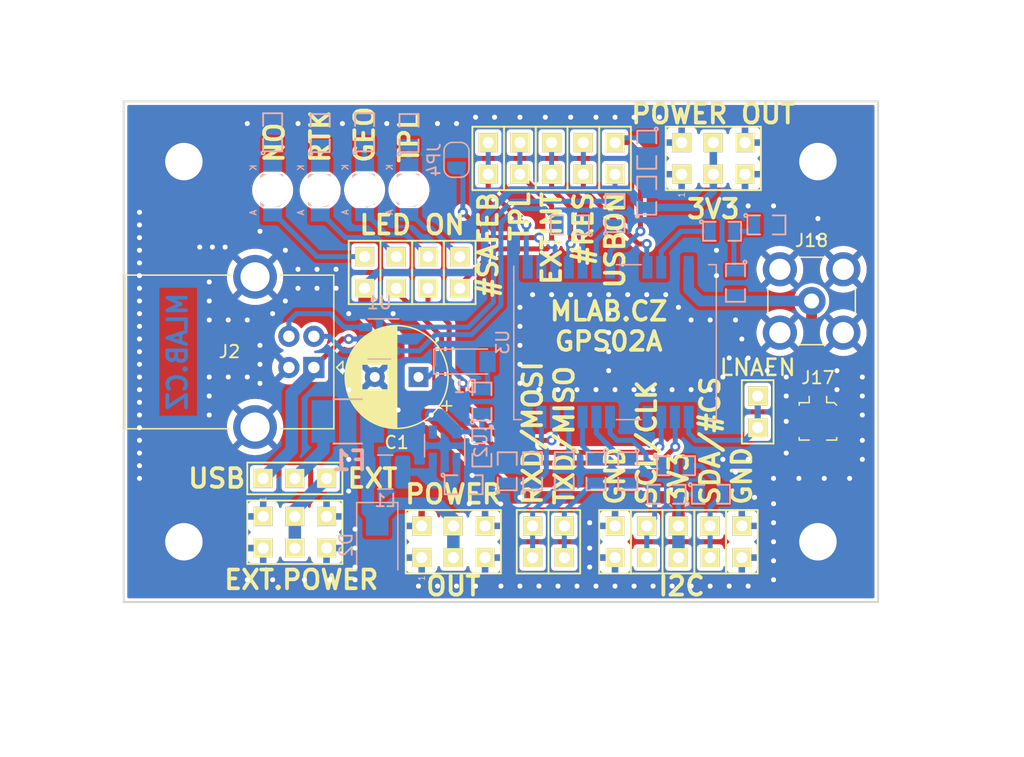
<source format=kicad_pcb>
(kicad_pcb (version 20191123) (host pcbnew "(5.99.0-494-g9b7d4e274)")
  (title_block (title "NAME") (date "%d. %m. %Y") (rev "REV") (company "Mlab www.mlab.cz") (comment 1 "VERSION") (comment 2 "Short description\\nTwo lines are maximum") (comment 3 "nickname <email@example.com>"))
  (layers (0 "F.Cu" signal) (31 "B.Cu" signal) (34 "B.Paste" user) (35 "F.Paste" user) (36 "B.SilkS" user) (37 "F.SilkS" user) (38 "B.Mask" user) (39 "F.Mask" user) (44 "Edge.Cuts" user))
  (net 0 "")
  (net 1 "GND")
  (net 2 "/VBACKUP")
  (net 3 "Net-(C2-Pad1)")
  (net 4 "+3V3")
  (net 5 "Net-(C7-Pad1)")
  (net 6 "Net-(D1-Pad2)")
  (net 7 "Net-(D2-Pad1)")
  (net 8 "Net-(D3-Pad1)")
  (net 9 "Net-(F1-Pad1)")
  (net 10 "Net-(J1-Pad3)")
  (net 11 "/D+")
  (net 12 "/D-")
  (net 13 "/VBUS")
  (net 14 "/TXD{slash}MISO")
  (net 15 "/RXD{slash}MOSI")
  (net 16 "/SDA{slash}#CS")
  (net 17 "/SCL{slash}CLK")
  (net 18 "/LNEN")
  (net 19 "/TIMEPULSE")
  (net 20 "Net-(J17-Pad1)")
  (net 21 "Net-(JP7-Pad1)")
  (net 22 "/RTK_STAT")
  (net 23 "Net-(JP8-Pad1)")
  (net 24 "/GEO_STAT")
  (net 25 "Net-(R4-Pad1)")
  (net 26 "/DM")
  (net 27 "Net-(R5-Pad1)")
  (net 28 "/DP")
  (net 29 "Net-(R6-Pad1)")
  (net 30 "Net-(R7-Pad1)")
  (net 31 "Net-(R8-Pad1)")
  (net 32 "Net-(R9-Pad1)")
  (net 33 "Net-(R11-Pad1)")
  (net 34 "Net-(U2-Pad4)")
  (net 35 "Net-(U3-Pad17)")
  (net 36 "Net-(D4-Pad1)")
  (net 37 "Net-(D5-Pad1)")
  (net 38 "Net-(D6-Pad1)")
  (net 39 "Net-(D3-Pad2)")
  (net 40 "Net-(J16-Pad1)")
  (net 41 "/EXTINT")
  (net 42 "/#SAFEB")
  (net 43 "/#RESET")
  (net 44 "/VDD_USB")
  (net 45 "/D_SEL")
  (module "Mlab_R:SMD-0805" (layer "B.Cu") (at 42.164 -36.5125 -90)
    (fp_text reference "R15")
    (fp_text value "10k")
    (pad "1" smd rect (at -0.9525 0 270) (size 0.889 1.397) (layers "B.Cu" "B.Paste" "B.Mask") (net 44 "/VDD_USB"))
    (pad "2" smd rect (at 0.9525 0 270) (size 0.889 1.397) (layers "B.Cu" "B.Paste" "B.Mask") (net 1 "GND"))
  )
  (module "Mlab_Pin_Headers:Straight_1x02" (layer "F.Cu") (at 39.624 -35.814)
    (fp_text reference "JP2" hide)
    (fp_text value "Jumper_2_Bridged" hide)
    (pad "1" thru_hole rect (at 0 -1.27) (size 1.524 1.524) (drill 0.889) (layers *.Cu *.Mask "F.SilkS") (net 44 "/VDD_USB"))
    (pad "2" thru_hole rect (at 0 1.27) (size 1.524 1.524) (drill 0.889) (layers *.Cu *.Mask "F.SilkS") (net 4 "+3V3"))
  )
  (module "Package_TO_SOT_SMD:SOT-23-5" (layer "B.Cu") (at 25.974 -12.784 90)
    (fp_text reference "U2" (at 0 2.9 90) (layer "B.SilkS") (effects (justify mirror)))
    (fp_text value "MIC5504-3.3YM5")
    (pad "5" smd rect (at 1.1 0.95 90) (size 1.06 0.65) (layers "B.Cu" "B.Paste" "B.Mask") (net 4 "+3V3"))
    (pad "4" smd rect (at 1.1 -0.95 90) (size 1.06 0.65) (layers "B.Cu" "B.Paste" "B.Mask") (net 34 "Net-(U2-Pad4)"))
    (pad "3" smd rect (at -1.1 -0.95 90) (size 1.06 0.65) (layers "B.Cu" "B.Paste" "B.Mask") (net 3 "Net-(C2-Pad1)"))
    (pad "2" smd rect (at -1.1 0 90) (size 1.06 0.65) (layers "B.Cu" "B.Paste" "B.Mask") (net 1 "GND"))
    (pad "1" smd rect (at -1.1 0.95 90) (size 1.06 0.65) (layers "B.Cu" "B.Paste" "B.Mask") (net 3 "Net-(C2-Pad1)"))
  )
  (module "Inductor_SMD:L_1210_3225Metric" (layer "B.Cu") (at 21.212 -10.668)
    (fp_text reference "L1" (at 0 2.28) (layer "B.SilkS") (effects (justify mirror)))
    (fp_text value "NL322522T-101K")
    (pad "2" smd roundrect (at 1.4 0) (size 1.25 2.65) (layers "B.Cu" "B.Paste" "B.Mask") (roundrect_rratio 0.2) (net 3 "Net-(C2-Pad1)"))
    (pad "1" smd roundrect (at -1.4 0) (size 1.25 2.65) (layers "B.Cu" "B.Paste" "B.Mask") (roundrect_rratio 0.2) (net 7 "Net-(D2-Pad1)"))
  )
  (module "Jumper:SolderJumper-2_P1.3mm_Open_RoundedPad1.0x1.5mm" (layer "B.Cu") (at 26.924 -35.702 -90)
    (fp_text reference "JP4" (at 0 1.8 90) (layer "B.SilkS") (effects (justify mirror)))
    (fp_text value "Jumper_2_Open")
    (pad "2" smd custom (at 0.65 0 270) (size 1 0.5) (layers "B.Cu" "B.Mask") (net 45 "/D_SEL") (options (clearance outline) (anchor rect)) (primitives (gr_circle (center 0 -0.25) (end 0.5 -0.25) (width 0)) (gr_circle (center 0 0.25) (end 0.5 0.25) (width 0)) (gr_poly (pts (xy 0 0.75) (xy -0.5 0.75) (xy -0.5 -0.75) (xy 0 -0.75)) (width 0))))
    (pad "1" smd custom (at -0.65 0 270) (size 1 0.5) (layers "B.Cu" "B.Mask") (net 1 "GND") (options (clearance outline) (anchor rect)) (primitives (gr_circle (center 0 -0.25) (end 0.5 -0.25) (width 0)) (gr_circle (center 0 0.25) (end 0.5 0.25) (width 0)) (gr_poly (pts (xy 0 0.75) (xy 0.5 0.75) (xy 0.5 -0.75) (xy 0 -0.75)) (width 0))))
  )
  (module "Mlab_Pin_Headers:Straight_1x02" (layer "F.Cu") (at 19.558 -26.67 180)
    (fp_text reference "JP9" hide)
    (fp_text value "Jumper_2_Open" hide)
    (pad "1" thru_hole rect (at 0 -1.27 180) (size 1.524 1.524) (drill 0.889) (layers *.Cu *.Mask "F.SilkS") (net 4 "+3V3"))
    (pad "2" thru_hole rect (at 0 1.27 180) (size 1.524 1.524) (drill 0.889) (layers *.Cu *.Mask "F.SilkS") (net 39 "Net-(D3-Pad2)"))
  )
  (module "Mlab_Pin_Headers:Straight_1x03" (layer "F.Cu") (at 13.97 -10.16 90)
    (fp_text reference "JP1" hide)
    (fp_text value "Jumper_3_Bridged12" hide)
    (fp_text user "1" (at -1.651 -2.54 90) (layer "F.SilkS") (effects (font (size 0.5 0.5) (thickness 0.05))))
    (pad "1" thru_hole rect (at 0 -2.54 90) (size 1.524 1.524) (drill 0.889) (layers *.Cu *.Mask "F.SilkS") (net 13 "/VBUS"))
    (pad "2" thru_hole rect (at 0 0 90) (size 1.524 1.524) (drill 0.889) (layers *.Cu *.Mask "F.SilkS") (net 9 "Net-(F1-Pad1)"))
    (pad "3" thru_hole rect (at 0 2.54 90) (size 1.524 1.524) (drill 0.889) (layers *.Cu *.Mask "F.SilkS") (net 10 "Net-(J1-Pad3)"))
  )
  (module "RF_GPS:ublox_NEO" (layer "B.Cu") (at 39.624 -21.082 -90)
    (fp_text reference "U3" (at 0 9 90) (layer "B.SilkS") (effects (justify mirror)))
    (fp_text value "NEO-M8P")
    (pad "24" smd rect (at 6 7 270) (size 1.8 0.8) (layers "B.Cu" "B.Paste" "B.Mask") (net 1 "GND"))
    (pad "23" connect rect (at 6 5.9 270) (size 1.8 0.8) (layers "B.Cu" "B.Mask") (net 4 "+3V3"))
    (pad "22" smd rect (at 6 4.8 270) (size 1.8 0.8) (layers "B.Cu" "B.Paste" "B.Mask") (net 2 "/VBACKUP"))
    (pad "21" smd rect (at 6 3.7 270) (size 1.8 0.8) (layers "B.Cu" "B.Paste" "B.Mask") (net 30 "Net-(R7-Pad1)"))
    (pad "20" smd rect (at 6 2.6 270) (size 1.8 0.8) (layers "B.Cu" "B.Paste" "B.Mask") (net 29 "Net-(R6-Pad1)"))
    (pad "19" smd rect (at 6 1.5 270) (size 1.8 0.8) (layers "B.Cu" "B.Paste" "B.Mask") (net 32 "Net-(R9-Pad1)"))
    (pad "18" smd rect (at 6 0.4 270) (size 1.8 0.8) (layers "B.Cu" "B.Paste" "B.Mask") (net 31 "Net-(R8-Pad1)"))
    (pad "17" smd rect (at 6 -2.6 270) (size 1.8 0.8) (layers "B.Cu" "B.Paste" "B.Mask") (net 35 "Net-(U3-Pad17)"))
    (pad "16" smd rect (at 6 -3.7 270) (size 1.8 0.8) (layers "B.Cu" "B.Paste" "B.Mask") (net 23 "Net-(JP8-Pad1)"))
    (pad "15" smd rect (at 6 -4.8 270) (size 1.8 0.8) (layers "B.Cu" "B.Paste" "B.Mask") (net 21 "Net-(JP7-Pad1)"))
    (pad "14" smd rect (at 6 -5.9 270) (size 1.8 0.8) (layers "B.Cu" "B.Paste" "B.Mask") (net 18 "/LNEN"))
    (pad "13" smd rect (at 6 -7 270) (size 1.8 0.8) (layers "B.Cu" "B.Paste" "B.Mask") (net 1 "GND"))
    (pad "12" smd rect (at -6 -7 270) (size 1.8 0.8) (layers "B.Cu" "B.Paste" "B.Mask") (net 1 "GND"))
    (pad "11" smd rect (at -6 -5.9 270) (size 1.8 0.8) (layers "B.Cu" "B.Paste" "B.Mask") (net 20 "Net-(J17-Pad1)"))
    (pad "10" smd rect (at -6 -4.8 270) (size 1.8 0.8) (layers "B.Cu" "B.Paste" "B.Mask") (net 1 "GND"))
    (pad "9" smd rect (at -6 -3.7 270) (size 1.8 0.8) (layers "B.Cu" "B.Paste" "B.Mask") (net 33 "Net-(R11-Pad1)"))
    (pad "8" smd rect (at -6 -2.6 270) (size 1.8 0.8) (layers "B.Cu" "B.Paste" "B.Mask") (net 43 "/#RESET"))
    (pad "7" smd rect (at -6 0.4 270) (size 1.8 0.8) (layers "B.Cu" "B.Paste" "B.Mask") (net 44 "/VDD_USB"))
    (pad "6" smd rect (at -6 1.5 270) (size 1.8 0.8) (layers "B.Cu" "B.Paste" "B.Mask") (net 27 "Net-(R5-Pad1)"))
    (pad "5" smd rect (at -6 2.6 270) (size 1.8 0.8) (layers "B.Cu" "B.Paste" "B.Mask") (net 25 "Net-(R4-Pad1)"))
    (pad "4" smd rect (at -6 3.7 270) (size 1.8 0.8) (layers "B.Cu" "B.Paste" "B.Mask") (net 41 "/EXTINT"))
    (pad "3" smd rect (at -6 4.8 270) (size 1.8 0.8) (layers "B.Cu" "B.Paste" "B.Mask") (net 40 "Net-(J16-Pad1)"))
    (pad "2" smd rect (at -6 5.9 270) (size 1.8 0.8) (layers "B.Cu" "B.Paste" "B.Mask") (net 45 "/D_SEL"))
    (pad "1" smd rect (at -6 7 270) (size 1.8 0.8) (layers "B.Cu" "B.Paste" "B.Mask") (net 42 "/#SAFEB"))
  )
  (module "Package_TO_SOT_SMD:SOT-23-6" (layer "B.Cu") (at 20.744 -21.336 180)
    (fp_text reference "U1" (at 0 2.9) (layer "B.SilkS") (effects (justify mirror)))
    (fp_text value "USBLC6-2SC6" hide)
    (pad "5" smd rect (at 1.1 0 180) (size 1.06 0.65) (layers "B.Cu" "B.Paste" "B.Mask") (net 13 "/VBUS"))
    (pad "6" smd rect (at 1.1 0.95 180) (size 1.06 0.65) (layers "B.Cu" "B.Paste" "B.Mask") (net 11 "/D+"))
    (pad "4" smd rect (at 1.1 -0.95 180) (size 1.06 0.65) (layers "B.Cu" "B.Paste" "B.Mask") (net 12 "/D-"))
    (pad "3" smd rect (at -1.1 -0.95 180) (size 1.06 0.65) (layers "B.Cu" "B.Paste" "B.Mask") (net 26 "/DM"))
    (pad "2" smd rect (at -1.1 0 180) (size 1.06 0.65) (layers "B.Cu" "B.Paste" "B.Mask") (net 1 "GND"))
    (pad "1" smd rect (at -1.1 0.95 180) (size 1.06 0.65) (layers "B.Cu" "B.Paste" "B.Mask") (net 28 "/DP"))
  )
  (module "Mlab_R:SMD-0805" (layer "B.Cu") (at 23.114 -37.846 90)
    (fp_text reference "R14")
    (fp_text value "620R")
    (pad "1" smd rect (at -0.9525 0 90) (size 0.889 1.397) (layers "B.Cu" "B.Paste" "B.Mask") (net 38 "Net-(D6-Pad1)"))
    (pad "2" smd rect (at 0.9525 0 90) (size 0.889 1.397) (layers "B.Cu" "B.Paste" "B.Mask") (net 1 "GND"))
  )
  (module "Mlab_R:SMD-0805" (layer "B.Cu") (at 16.002 -37.846 90)
    (fp_text reference "R13")
    (fp_text value "620R")
    (pad "1" smd rect (at -0.9525 0 90) (size 0.889 1.397) (layers "B.Cu" "B.Paste" "B.Mask") (net 37 "Net-(D5-Pad1)"))
    (pad "2" smd rect (at 0.9525 0 90) (size 0.889 1.397) (layers "B.Cu" "B.Paste" "B.Mask") (net 1 "GND"))
  )
  (module "Mlab_R:SMD-0805" (layer "B.Cu") (at 19.558 -37.9095 90)
    (fp_text reference "R12")
    (fp_text value "620R")
    (pad "1" smd rect (at -0.9525 0 90) (size 0.889 1.397) (layers "B.Cu" "B.Paste" "B.Mask") (net 36 "Net-(D4-Pad1)"))
    (pad "2" smd rect (at 0.9525 0 90) (size 0.889 1.397) (layers "B.Cu" "B.Paste" "B.Mask") (net 1 "GND"))
  )
  (module "Mlab_R:SMD-0805" (layer "B.Cu") (at 48.1965 -29.972)
    (fp_text reference "R11")
    (fp_text value "10R")
    (pad "1" smd rect (at -0.9525 0) (size 0.889 1.397) (layers "B.Cu" "B.Paste" "B.Mask") (net 33 "Net-(R11-Pad1)"))
    (pad "2" smd rect (at 0.9525 0) (size 0.889 1.397) (layers "B.Cu" "B.Paste" "B.Mask") (net 5 "Net-(C7-Pad1)"))
  )
  (module "Mlab_R:SMD-0805" (layer "B.Cu") (at 12.192 -37.9095 90)
    (fp_text reference "R10")
    (fp_text value "620R")
    (pad "1" smd rect (at -0.9525 0 90) (size 0.889 1.397) (layers "B.Cu" "B.Paste" "B.Mask") (net 8 "Net-(D3-Pad1)"))
    (pad "2" smd rect (at 0.9525 0 90) (size 0.889 1.397) (layers "B.Cu" "B.Paste" "B.Mask") (net 1 "GND"))
  )
  (module "Mlab_R:SMD-0805" (layer "B.Cu") (at 40.64 -10.7315 -90)
    (fp_text reference "R9")
    (fp_text value "33R")
    (pad "1" smd rect (at -0.9525 0 270) (size 0.889 1.397) (layers "B.Cu" "B.Paste" "B.Mask") (net 32 "Net-(R9-Pad1)"))
    (pad "2" smd rect (at 0.9525 0 270) (size 0.889 1.397) (layers "B.Cu" "B.Paste" "B.Mask") (net 17 "/SCL{slash}CLK"))
  )
  (module "Mlab_R:SMD-0805" (layer "B.Cu") (at 44.5135 -11.176)
    (fp_text reference "R8")
    (fp_text value "33R")
    (pad "1" smd rect (at -0.9525 0) (size 0.889 1.397) (layers "B.Cu" "B.Paste" "B.Mask") (net 31 "Net-(R8-Pad1)"))
    (pad "2" smd rect (at 0.9525 0) (size 0.889 1.397) (layers "B.Cu" "B.Paste" "B.Mask") (net 16 "/SDA{slash}#CS"))
  )
  (module "Mlab_R:SMD-0805" (layer "B.Cu") (at 35.56 -10.7315 -90)
    (fp_text reference "R7")
    (fp_text value "33R")
    (pad "1" smd rect (at -0.9525 0 270) (size 0.889 1.397) (layers "B.Cu" "B.Paste" "B.Mask") (net 30 "Net-(R7-Pad1)"))
    (pad "2" smd rect (at 0.9525 0 270) (size 0.889 1.397) (layers "B.Cu" "B.Paste" "B.Mask") (net 15 "/RXD{slash}MOSI"))
  )
  (module "Mlab_R:SMD-0805" (layer "B.Cu") (at 38.1 -10.7315 -90)
    (fp_text reference "R6")
    (fp_text value "33R")
    (pad "1" smd rect (at -0.9525 0 270) (size 0.889 1.397) (layers "B.Cu" "B.Paste" "B.Mask") (net 29 "Net-(R6-Pad1)"))
    (pad "2" smd rect (at 0.9525 0 270) (size 0.889 1.397) (layers "B.Cu" "B.Paste" "B.Mask") (net 14 "/TXD{slash}MISO"))
  )
  (module "Mlab_R:SMD-0805" (layer "B.Cu") (at 39.624 -31.4325 90)
    (fp_text reference "R5")
    (fp_text value "33R")
    (pad "1" smd rect (at -0.9525 0 90) (size 0.889 1.397) (layers "B.Cu" "B.Paste" "B.Mask") (net 27 "Net-(R5-Pad1)"))
    (pad "2" smd rect (at 0.9525 0 90) (size 0.889 1.397) (layers "B.Cu" "B.Paste" "B.Mask") (net 28 "/DP"))
  )
  (module "Mlab_R:SMD-0805" (layer "B.Cu") (at 36.0045 -30.48 180)
    (fp_text reference "R4")
    (fp_text value "33R")
    (pad "1" smd rect (at -0.9525 0 180) (size 0.889 1.397) (layers "B.Cu" "B.Paste" "B.Mask") (net 25 "Net-(R4-Pad1)"))
    (pad "2" smd rect (at 0.9525 0 180) (size 0.889 1.397) (layers "B.Cu" "B.Paste" "B.Mask") (net 26 "/DM"))
  )
  (module "Mlab_R:SMD-0805" (layer "B.Cu") (at 43.7515 -8.89 180)
    (fp_text reference "R3")
    (fp_text value "10k")
    (pad "1" smd rect (at -0.9525 0 180) (size 0.889 1.397) (layers "B.Cu" "B.Paste" "B.Mask") (net 4 "+3V3"))
    (pad "2" smd rect (at 0.9525 0 180) (size 0.889 1.397) (layers "B.Cu" "B.Paste" "B.Mask") (net 17 "/SCL{slash}CLK"))
  )
  (module "Mlab_R:SMD-0805" (layer "B.Cu") (at 47.3075 -8.89)
    (fp_text reference "R2")
    (fp_text value "10k")
    (pad "1" smd rect (at -0.9525 0) (size 0.889 1.397) (layers "B.Cu" "B.Paste" "B.Mask") (net 4 "+3V3"))
    (pad "2" smd rect (at 0.9525 0) (size 0.889 1.397) (layers "B.Cu" "B.Paste" "B.Mask") (net 16 "/SDA{slash}#CS"))
  )
  (module "Mlab_R:SMD-0805" (layer "B.Cu") (at 28.956 -16.3195 90)
    (fp_text reference "R1")
    (fp_text value "22R")
    (pad "1" smd rect (at -0.9525 0 90) (size 0.889 1.397) (layers "B.Cu" "B.Paste" "B.Mask") (net 4 "+3V3"))
    (pad "2" smd rect (at 0.9525 0 90) (size 0.889 1.397) (layers "B.Cu" "B.Paste" "B.Mask") (net 6 "Net-(D1-Pad2)"))
  )
  (module "Mlab_Mechanical:MountingHole_3mm" (layer "F.Cu") (at 5.08 -35.56)
    (fp_text reference "M4" hide)
    (fp_text value "HOLE" hide)
    (pad "1" thru_hole circle (at 0 0) (size 6 6) (drill 3) (layers *.Cu *.Adhes *.Mask) (net 1 "GND") (clearance 1))
  )
  (module "Mlab_Mechanical:MountingHole_3mm" (layer "F.Cu") (at 55.88 -5.08)
    (fp_text reference "M3" hide)
    (fp_text value "HOLE" hide)
    (pad "1" thru_hole circle (at 0 0) (size 6 6) (drill 3) (layers *.Cu *.Adhes *.Mask) (net 1 "GND") (clearance 1))
  )
  (module "Mlab_Mechanical:MountingHole_3mm" (layer "F.Cu") (at 55.88 -35.56)
    (fp_text reference "M2" hide)
    (fp_text value "HOLE" hide)
    (pad "1" thru_hole circle (at 0 0) (size 6 6) (drill 3) (layers *.Cu *.Adhes *.Mask) (net 1 "GND") (clearance 1))
  )
  (module "Mlab_Mechanical:MountingHole_3mm" (layer "F.Cu") (at 5.08 -5.08)
    (fp_text reference "M1" hide)
    (fp_text value "HOLE" hide)
    (pad "1" thru_hole circle (at 0 0) (size 6 6) (drill 3) (layers *.Cu *.Adhes *.Mask) (net 1 "GND") (clearance 1))
  )
  (module "Mlab_R:SMD-0805" (layer "B.Cu") (at 49.276 -25.8445 -90)
    (fp_text reference "L2")
    (fp_text value "27nH")
    (pad "1" smd rect (at -0.9525 0 270) (size 0.889 1.397) (layers "B.Cu" "B.Paste" "B.Mask") (net 5 "Net-(C7-Pad1)"))
    (pad "2" smd rect (at 0.9525 0 270) (size 0.889 1.397) (layers "B.Cu" "B.Paste" "B.Mask") (net 20 "Net-(J17-Pad1)"))
  )
  (module "Mlab_Pin_Headers:Straight_1x02" (layer "F.Cu") (at 24.638 -26.67 180)
    (fp_text reference "JP8" hide)
    (fp_text value "Jumper_2_Open" hide)
    (pad "1" thru_hole rect (at 0 -1.27 180) (size 1.524 1.524) (drill 0.889) (layers *.Cu *.Mask "F.SilkS") (net 23 "Net-(JP8-Pad1)"))
    (pad "2" thru_hole rect (at 0 1.27 180) (size 1.524 1.524) (drill 0.889) (layers *.Cu *.Mask "F.SilkS") (net 24 "/GEO_STAT"))
  )
  (module "Mlab_Pin_Headers:Straight_1x02" (layer "F.Cu") (at 22.098 -26.67 180)
    (fp_text reference "JP7" hide)
    (fp_text value "Jumper_2_Open" hide)
    (pad "1" thru_hole rect (at 0 -1.27 180) (size 1.524 1.524) (drill 0.889) (layers *.Cu *.Mask "F.SilkS") (net 21 "Net-(JP7-Pad1)"))
    (pad "2" thru_hole rect (at 0 1.27 180) (size 1.524 1.524) (drill 0.889) (layers *.Cu *.Mask "F.SilkS") (net 22 "/RTK_STAT"))
  )
  (module "Mlab_Pin_Headers:Straight_1x02" (layer "F.Cu") (at 27.178 -26.67 180)
    (fp_text reference "JP6" hide)
    (fp_text value "Jumper_2_Bridged" hide)
    (pad "1" thru_hole rect (at 0 -1.27 180) (size 1.524 1.524) (drill 0.889) (layers *.Cu *.Mask "F.SilkS") (net 40 "Net-(J16-Pad1)"))
    (pad "2" thru_hole rect (at 0 1.27 180) (size 1.524 1.524) (drill 0.889) (layers *.Cu *.Mask "F.SilkS") (net 19 "/TIMEPULSE"))
  )
  (module "Connector_Coaxial:SMB_Jack_Vertical" (layer "F.Cu") (at 55.372 -24.384)
    (fp_text reference "J18" (at 0 -4.85) (layer "F.SilkS"))
    (fp_text value "SMA")
    (pad "1" thru_hole circle (at 0 0) (size 2.24 2.24) (drill 1.2) (layers *.Cu *.Mask) (net 20 "Net-(J17-Pad1)"))
    (pad "2" thru_hole circle (at -2.54 -2.54) (size 2.74 2.74) (drill 1.7) (layers *.Cu *.Mask) (net 1 "GND"))
    (pad "2" thru_hole circle (at 2.54 -2.54) (size 2.74 2.74) (drill 1.7) (layers *.Cu *.Mask) (net 1 "GND"))
    (pad "2" thru_hole circle (at 2.54 2.54) (size 2.74 2.74) (drill 1.7) (layers *.Cu *.Mask) (net 1 "GND"))
    (pad "2" thru_hole circle (at -2.54 2.54) (size 2.74 2.74) (drill 1.7) (layers *.Cu *.Mask) (net 1 "GND"))
  )
  (module "Connector_Coaxial:U.FL_Molex_MCRF_73412-0110_Vertical" (layer "F.Cu") (at 55.88 -14.732 180)
    (fp_text reference "J17" (at 0 3.5) (layer "F.SilkS"))
    (fp_text value "u.FL")
    (pad "1" smd rect (at 0 1.5 180) (size 1 1) (layers "F.Cu" "F.Paste" "F.Mask") (net 20 "Net-(J17-Pad1)"))
    (pad "2" smd rect (at 0 -1.5 180) (size 1 1) (layers "F.Cu" "F.Paste" "F.Mask") (net 1 "GND"))
    (pad "2" smd rect (at 1.475 0 180) (size 1.05 2.2) (layers "F.Cu" "F.Paste" "F.Mask") (net 1 "GND"))
    (pad "2" smd rect (at -1.475 0 180) (size 1.05 2.2) (layers "F.Cu" "F.Paste" "F.Mask") (net 1 "GND"))
  )
  (module "Mlab_Pin_Headers:Straight_2x01" (layer "F.Cu") (at 32.004 -35.814 90)
    (fp_text reference "J16" hide)
    (fp_text value "HEADER_2x01_PARALLEL" hide)
    (pad "2" thru_hole rect (at 1.27 0 90) (size 1.524 1.524) (drill 0.889) (layers *.Cu *.Mask "F.SilkS") (net 40 "Net-(J16-Pad1)"))
    (pad "1" thru_hole rect (at -1.27 0 90) (size 1.524 1.524) (drill 0.889) (layers *.Cu *.Mask "F.SilkS") (net 40 "Net-(J16-Pad1)"))
  )
  (module "Mlab_Pin_Headers:Straight_2x03" (layer "F.Cu") (at 47.498 -35.814 90)
    (fp_text reference "J15" hide)
    (fp_text value "HEADER_2x03_PARALLEL" hide)
    (fp_text user "1" (at -2.921 -2.54 90) (layer "F.SilkS") (effects (font (size 0.5 0.5) (thickness 0.05))))
    (pad "6" thru_hole rect (at 1.27 2.54 90) (size 1.524 1.524) (drill 0.889) (layers *.Cu *.Mask "F.SilkS") (net 1 "GND"))
    (pad "5" thru_hole rect (at -1.27 2.54 90) (size 1.524 1.524) (drill 0.889) (layers *.Cu *.Mask "F.SilkS") (net 1 "GND"))
    (pad "4" thru_hole rect (at 1.27 0 90) (size 1.524 1.524) (drill 0.889) (layers *.Cu *.Mask "F.SilkS") (net 4 "+3V3"))
    (pad "3" thru_hole rect (at -1.27 0 90) (size 1.524 1.524) (drill 0.889) (layers *.Cu *.Mask "F.SilkS") (net 4 "+3V3"))
    (pad "2" thru_hole rect (at 1.27 -2.54 90) (size 1.524 1.524) (drill 0.889) (layers *.Cu *.Mask "F.SilkS") (net 1 "GND"))
    (pad "1" thru_hole rect (at -1.27 -2.54 90) (size 1.524 1.524) (drill 0.889) (layers *.Cu *.Mask "F.SilkS") (net 1 "GND"))
  )
  (module "Mlab_Pin_Headers:Straight_2x01" (layer "F.Cu") (at 51.054 -15.494 -90)
    (fp_text reference "J14" hide)
    (fp_text value "HEADER_2x01_PARALLEL" hide)
    (pad "2" thru_hole rect (at 1.27 0 270) (size 1.524 1.524) (drill 0.889) (layers *.Cu *.Mask "F.SilkS") (net 18 "/LNEN"))
    (pad "1" thru_hole rect (at -1.27 0 270) (size 1.524 1.524) (drill 0.889) (layers *.Cu *.Mask "F.SilkS") (net 18 "/LNEN"))
  )
  (module "Mlab_Pin_Headers:Straight_2x01" (layer "F.Cu") (at 37.084 -35.814 -90)
    (fp_text reference "J13" hide)
    (fp_text value "HEADER_2x01_PARALLEL" hide)
    (pad "2" thru_hole rect (at 1.27 0 270) (size 1.524 1.524) (drill 0.889) (layers *.Cu *.Mask "F.SilkS") (net 43 "/#RESET"))
    (pad "1" thru_hole rect (at -1.27 0 270) (size 1.524 1.524) (drill 0.889) (layers *.Cu *.Mask "F.SilkS") (net 43 "/#RESET"))
  )
  (module "Mlab_Pin_Headers:Straight_2x01" (layer "F.Cu") (at 29.464 -35.814 -90)
    (fp_text reference "J12" hide)
    (fp_text value "HEADER_2x01_PARALLEL" hide)
    (pad "2" thru_hole rect (at 1.27 0 270) (size 1.524 1.524) (drill 0.889) (layers *.Cu *.Mask "F.SilkS") (net 42 "/#SAFEB"))
    (pad "1" thru_hole rect (at -1.27 0 270) (size 1.524 1.524) (drill 0.889) (layers *.Cu *.Mask "F.SilkS") (net 42 "/#SAFEB"))
  )
  (module "Mlab_Pin_Headers:Straight_2x01" (layer "F.Cu") (at 34.544 -35.814 90)
    (fp_text reference "J11" hide)
    (fp_text value "HEADER_2x01_PARALLEL" hide)
    (pad "2" thru_hole rect (at 1.27 0 90) (size 1.524 1.524) (drill 0.889) (layers *.Cu *.Mask "F.SilkS") (net 41 "/EXTINT"))
    (pad "1" thru_hole rect (at -1.27 0 90) (size 1.524 1.524) (drill 0.889) (layers *.Cu *.Mask "F.SilkS") (net 41 "/EXTINT"))
  )
  (module "Mlab_Pin_Headers:Straight_2x01" (layer "F.Cu") (at 39.624 -5.08 -90)
    (fp_text reference "J10" hide)
    (fp_text value "HEADER_2x01_PARALLEL" hide)
    (pad "2" thru_hole rect (at 1.27 0 270) (size 1.524 1.524) (drill 0.889) (layers *.Cu *.Mask "F.SilkS") (net 1 "GND"))
    (pad "1" thru_hole rect (at -1.27 0 270) (size 1.524 1.524) (drill 0.889) (layers *.Cu *.Mask "F.SilkS") (net 1 "GND"))
  )
  (module "Mlab_Pin_Headers:Straight_2x01" (layer "F.Cu") (at 49.784 -5.08 -90)
    (fp_text reference "J9" hide)
    (fp_text value "HEADER_2x01_PARALLEL" hide)
    (pad "2" thru_hole rect (at 1.27 0 270) (size 1.524 1.524) (drill 0.889) (layers *.Cu *.Mask "F.SilkS") (net 1 "GND"))
    (pad "1" thru_hole rect (at -1.27 0 270) (size 1.524 1.524) (drill 0.889) (layers *.Cu *.Mask "F.SilkS") (net 1 "GND"))
  )
  (module "Mlab_Pin_Headers:Straight_2x01" (layer "F.Cu") (at 44.704 -5.08 -90)
    (fp_text reference "J8" hide)
    (fp_text value "HEADER_2x01_PARALLEL" hide)
    (pad "2" thru_hole rect (at 1.27 0 270) (size 1.524 1.524) (drill 0.889) (layers *.Cu *.Mask "F.SilkS") (net 4 "+3V3"))
    (pad "1" thru_hole rect (at -1.27 0 270) (size 1.524 1.524) (drill 0.889) (layers *.Cu *.Mask "F.SilkS") (net 4 "+3V3"))
  )
  (module "Mlab_Pin_Headers:Straight_2x01" (layer "F.Cu") (at 42.164 -5.08 -90)
    (fp_text reference "J7" hide)
    (fp_text value "HEADER_2x01_PARALLEL" hide)
    (pad "2" thru_hole rect (at 1.27 0 270) (size 1.524 1.524) (drill 0.889) (layers *.Cu *.Mask "F.SilkS") (net 17 "/SCL{slash}CLK"))
    (pad "1" thru_hole rect (at -1.27 0 270) (size 1.524 1.524) (drill 0.889) (layers *.Cu *.Mask "F.SilkS") (net 17 "/SCL{slash}CLK"))
  )
  (module "Mlab_Pin_Headers:Straight_2x01" (layer "F.Cu") (at 47.244 -5.08 -90)
    (fp_text reference "J6" hide)
    (fp_text value "HEADER_2x01_PARALLEL" hide)
    (pad "2" thru_hole rect (at 1.27 0 270) (size 1.524 1.524) (drill 0.889) (layers *.Cu *.Mask "F.SilkS") (net 16 "/SDA{slash}#CS"))
    (pad "1" thru_hole rect (at -1.27 0 270) (size 1.524 1.524) (drill 0.889) (layers *.Cu *.Mask "F.SilkS") (net 16 "/SDA{slash}#CS"))
  )
  (module "Mlab_Pin_Headers:Straight_2x01" (layer "F.Cu") (at 33.02 -5.08 -90)
    (fp_text reference "J5" hide)
    (fp_text value "HEADER_2x01_PARALLEL" hide)
    (pad "2" thru_hole rect (at 1.27 0 270) (size 1.524 1.524) (drill 0.889) (layers *.Cu *.Mask "F.SilkS") (net 15 "/RXD{slash}MOSI"))
    (pad "1" thru_hole rect (at -1.27 0 270) (size 1.524 1.524) (drill 0.889) (layers *.Cu *.Mask "F.SilkS") (net 15 "/RXD{slash}MOSI"))
  )
  (module "Mlab_Pin_Headers:Straight_2x01" (layer "F.Cu") (at 35.56 -5.08 -90)
    (fp_text reference "J4" hide)
    (fp_text value "HEADER_2x01_PARALLEL" hide)
    (pad "2" thru_hole rect (at 1.27 0 270) (size 1.524 1.524) (drill 0.889) (layers *.Cu *.Mask "F.SilkS") (net 14 "/TXD{slash}MISO"))
    (pad "1" thru_hole rect (at -1.27 0 270) (size 1.524 1.524) (drill 0.889) (layers *.Cu *.Mask "F.SilkS") (net 14 "/TXD{slash}MISO"))
  )
  (module "Mlab_Pin_Headers:Straight_2x03" (layer "F.Cu") (at 26.67 -5.08 90)
    (fp_text reference "J3" hide)
    (fp_text value "HEADER_2x03_PARALLEL" hide)
    (fp_text user "1" (at -2.921 -2.54 90) (layer "F.SilkS") (effects (font (size 0.5 0.5) (thickness 0.05))))
    (pad "6" thru_hole rect (at 1.27 2.54 90) (size 1.524 1.524) (drill 0.889) (layers *.Cu *.Mask "F.SilkS") (net 1 "GND"))
    (pad "5" thru_hole rect (at -1.27 2.54 90) (size 1.524 1.524) (drill 0.889) (layers *.Cu *.Mask "F.SilkS") (net 1 "GND"))
    (pad "4" thru_hole rect (at 1.27 0 90) (size 1.524 1.524) (drill 0.889) (layers *.Cu *.Mask "F.SilkS") (net 7 "Net-(D2-Pad1)"))
    (pad "3" thru_hole rect (at -1.27 0 90) (size 1.524 1.524) (drill 0.889) (layers *.Cu *.Mask "F.SilkS") (net 7 "Net-(D2-Pad1)"))
    (pad "2" thru_hole rect (at 1.27 -2.54 90) (size 1.524 1.524) (drill 0.889) (layers *.Cu *.Mask "F.SilkS") (net 1 "GND"))
    (pad "1" thru_hole rect (at -1.27 -2.54 90) (size 1.524 1.524) (drill 0.889) (layers *.Cu *.Mask "F.SilkS") (net 1 "GND"))
  )
  (module "Connector_USB:USB_B_OST_USB-B1HSxx_Horizontal" (layer "F.Cu") (at 15.494 -19.05 180)
    (fp_text reference "J2" (at 6.76 1.27) (layer "F.SilkS"))
    (fp_text value "USB_B")
    (pad "5" thru_hole circle (at 4.71 7.27 180) (size 3.5 3.5) (drill 2.33) (layers *.Cu *.Mask) (net 1 "GND"))
    (pad "5" thru_hole circle (at 4.71 -4.77 180) (size 3.5 3.5) (drill 2.33) (layers *.Cu *.Mask) (net 1 "GND"))
    (pad "4" thru_hole circle (at 2 0 180) (size 1.7 1.7) (drill 0.92) (layers *.Cu *.Mask) (net 1 "GND"))
    (pad "3" thru_hole circle (at 2 2.5 180) (size 1.7 1.7) (drill 0.92) (layers *.Cu *.Mask) (net 11 "/D+"))
    (pad "2" thru_hole circle (at 0 2.5 180) (size 1.7 1.7) (drill 0.92) (layers *.Cu *.Mask) (net 12 "/D-"))
    (pad "1" thru_hole rect (at 0 0 180) (size 1.7 1.7) (drill 0.92) (layers *.Cu *.Mask) (net 13 "/VBUS"))
  )
  (module "Mlab_Pin_Headers:Straight_2x03" (layer "F.Cu") (at 13.97 -5.842 90)
    (fp_text reference "J1" hide)
    (fp_text value "HEADER_2x03_PARALLEL" hide)
    (fp_text user "1" (at -2.921 -2.54 90) (layer "F.SilkS") (effects (font (size 0.5 0.5) (thickness 0.05))))
    (pad "6" thru_hole rect (at 1.27 2.54 90) (size 1.524 1.524) (drill 0.889) (layers *.Cu *.Mask "F.SilkS") (net 1 "GND"))
    (pad "5" thru_hole rect (at -1.27 2.54 90) (size 1.524 1.524) (drill 0.889) (layers *.Cu *.Mask "F.SilkS") (net 1 "GND"))
    (pad "4" thru_hole rect (at 1.27 0 90) (size 1.524 1.524) (drill 0.889) (layers *.Cu *.Mask "F.SilkS") (net 10 "Net-(J1-Pad3)"))
    (pad "3" thru_hole rect (at -1.27 0 90) (size 1.524 1.524) (drill 0.889) (layers *.Cu *.Mask "F.SilkS") (net 10 "Net-(J1-Pad3)"))
    (pad "2" thru_hole rect (at 1.27 -2.54 90) (size 1.524 1.524) (drill 0.889) (layers *.Cu *.Mask "F.SilkS") (net 1 "GND"))
    (pad "1" thru_hole rect (at -1.27 -2.54 90) (size 1.524 1.524) (drill 0.889) (layers *.Cu *.Mask "F.SilkS") (net 1 "GND"))
  )
  (module "Mlab_F:1812" (layer "B.Cu") (at 18.206 -14.732)
    (fp_text reference "F1" (at 0.13462 3.15468) (layer "B.SilkS") (effects (font (size 1.524 1.524) (thickness 0.3048)) (justify mirror)))
    (fp_text value "750mA" hide)
    (pad "2" smd rect (at 1.95 0) (size 1.9 3.4) (layers "B.Cu" "B.Paste" "B.Mask") (net 7 "Net-(D2-Pad1)"))
    (pad "1" smd rect (at -1.95 0) (size 1.9 3.4) (layers "B.Cu" "B.Paste" "B.Mask") (net 9 "Net-(F1-Pad1)"))
  )
  (module "Mlab_D:LED_1206" (layer "B.Cu") (at 23.114 -33.306 90)
    (fp_text reference "D6" (at 0 0 90) (layer "B.SilkS") (effects (font (size 1.524 1.524) (thickness 0.3048)) (justify mirror)))
    (fp_text value "GREEN" hide)
    (fp_text user "K" (at 1.80086 -1.5494 90) (layer "B.SilkS") (effects (font (size 0.50038 0.50038) (thickness 0.09906)) (justify mirror)))
    (fp_text user "A" (at -1.80086 -1.5494 90) (layer "B.SilkS") (effects (font (size 0.50038 0.50038) (thickness 0.09906)) (justify mirror)))
    (pad "" np_thru_hole circle (at 0 0 90) (size 2.7 2.7) (drill 2.7) (layers *.Cu *.Mask "B.SilkS"))
    (pad "1" smd rect (at 2 0 90) (size 1.05 1.5) (layers "B.Cu" "B.Paste" "B.Mask") (net 38 "Net-(D6-Pad1)"))
    (pad "2" smd rect (at -2 0 90) (size 1.05 1.5) (layers "B.Cu" "B.Paste" "B.Mask") (net 19 "/TIMEPULSE"))
  )
  (module "Mlab_D:LED_1206" (layer "B.Cu") (at 16.002 -33.274 90)
    (fp_text reference "D5" (at 0 0 90) (layer "B.SilkS") (effects (font (size 1.524 1.524) (thickness 0.3048)) (justify mirror)))
    (fp_text value "YELLOW" hide)
    (fp_text user "K" (at 1.80086 -1.5494 90) (layer "B.SilkS") (effects (font (size 0.50038 0.50038) (thickness 0.09906)) (justify mirror)))
    (fp_text user "A" (at -1.80086 -1.5494 90) (layer "B.SilkS") (effects (font (size 0.50038 0.50038) (thickness 0.09906)) (justify mirror)))
    (pad "" np_thru_hole circle (at 0 0 90) (size 2.7 2.7) (drill 2.7) (layers *.Cu *.Mask "B.SilkS"))
    (pad "1" smd rect (at 2 0 90) (size 1.05 1.5) (layers "B.Cu" "B.Paste" "B.Mask") (net 37 "Net-(D5-Pad1)"))
    (pad "2" smd rect (at -2 0 90) (size 1.05 1.5) (layers "B.Cu" "B.Paste" "B.Mask") (net 22 "/RTK_STAT"))
  )
  (module "Mlab_D:LED_1206" (layer "B.Cu") (at 19.558 -33.306 90)
    (fp_text reference "D4" (at 0 0 90) (layer "B.SilkS") (effects (font (size 1.524 1.524) (thickness 0.3048)) (justify mirror)))
    (fp_text value "YELLOW" hide)
    (fp_text user "K" (at 1.80086 -1.5494 90) (layer "B.SilkS") (effects (font (size 0.50038 0.50038) (thickness 0.09906)) (justify mirror)))
    (fp_text user "A" (at -1.80086 -1.5494 90) (layer "B.SilkS") (effects (font (size 0.50038 0.50038) (thickness 0.09906)) (justify mirror)))
    (pad "" np_thru_hole circle (at 0 0 90) (size 2.7 2.7) (drill 2.7) (layers *.Cu *.Mask "B.SilkS"))
    (pad "1" smd rect (at 2 0 90) (size 1.05 1.5) (layers "B.Cu" "B.Paste" "B.Mask") (net 36 "Net-(D4-Pad1)"))
    (pad "2" smd rect (at -2 0 90) (size 1.05 1.5) (layers "B.Cu" "B.Paste" "B.Mask") (net 24 "/GEO_STAT"))
  )
  (module "Mlab_D:LED_1206" (layer "B.Cu") (at 12.192 -33.274 90)
    (fp_text reference "D3" (at 0 0 90) (layer "B.SilkS") (effects (font (size 1.524 1.524) (thickness 0.3048)) (justify mirror)))
    (fp_text value "RED" hide)
    (fp_text user "K" (at 1.80086 -1.5494 90) (layer "B.SilkS") (effects (font (size 0.50038 0.50038) (thickness 0.09906)) (justify mirror)))
    (fp_text user "A" (at -1.80086 -1.5494 90) (layer "B.SilkS") (effects (font (size 0.50038 0.50038) (thickness 0.09906)) (justify mirror)))
    (pad "" np_thru_hole circle (at 0 0 90) (size 2.7 2.7) (drill 2.7) (layers *.Cu *.Mask "B.SilkS"))
    (pad "1" smd rect (at 2 0 90) (size 1.05 1.5) (layers "B.Cu" "B.Paste" "B.Mask") (net 8 "Net-(D3-Pad1)"))
    (pad "2" smd rect (at -2 0 90) (size 1.05 1.5) (layers "B.Cu" "B.Paste" "B.Mask") (net 39 "Net-(D3-Pad2)"))
  )
  (module "Diode_SMD:D_SMA" (layer "B.Cu") (at 20.574 -4.826 -90)
    (fp_text reference "D2" (at 0 2.5 90) (layer "B.SilkS") (effects (justify mirror)))
    (fp_text value "M4")
    (pad "2" smd rect (at 2 0 270) (size 2.5 1.8) (layers "B.Cu" "B.Paste" "B.Mask") (net 1 "GND"))
    (pad "1" smd rect (at -2 0 270) (size 2.5 1.8) (layers "B.Cu" "B.Paste" "B.Mask") (net 7 "Net-(D2-Pad1)"))
  )
  (module "Diode_SMD:D_MiniMELF" (layer "B.Cu") (at 27.658 -19.53)
    (fp_text reference "D1" (at 0 2) (layer "B.SilkS") (effects (justify mirror)))
    (fp_text value "BZV55C-3,6V")
    (pad "2" smd rect (at 1.75 0) (size 1.3 1.7) (layers "B.Cu" "B.Paste" "B.Mask") (net 6 "Net-(D1-Pad2)"))
    (pad "1" smd rect (at -1.75 0) (size 1.3 1.7) (layers "B.Cu" "B.Paste" "B.Mask") (net 2 "/VBACKUP"))
  )
  (module "Mlab_R:SMD-0805" (layer "B.Cu") (at 51.7525 -30.48)
    (fp_text reference "C7")
    (fp_text value "10nF")
    (pad "1" smd rect (at -0.9525 0) (size 0.889 1.397) (layers "B.Cu" "B.Paste" "B.Mask") (net 5 "Net-(C7-Pad1)"))
    (pad "2" smd rect (at 0.9525 0) (size 0.889 1.397) (layers "B.Cu" "B.Paste" "B.Mask") (net 1 "GND"))
  )
  (module "Mlab_R:SMD-0805" (layer "B.Cu") (at 42.164 -32.8295 90)
    (fp_text reference "C6")
    (fp_text value "1uF")
    (pad "1" smd rect (at -0.9525 0 90) (size 0.889 1.397) (layers "B.Cu" "B.Paste" "B.Mask") (net 4 "+3V3"))
    (pad "2" smd rect (at 0.9525 0 90) (size 0.889 1.397) (layers "B.Cu" "B.Paste" "B.Mask") (net 1 "GND"))
  )
  (module "Mlab_R:SMD-0805" (layer "B.Cu") (at 33.02 -10.7315 90)
    (fp_text reference "C5")
    (fp_text value "1uF")
    (pad "1" smd rect (at -0.9525 0 90) (size 0.889 1.397) (layers "B.Cu" "B.Paste" "B.Mask") (net 4 "+3V3"))
    (pad "2" smd rect (at 0.9525 0 90) (size 0.889 1.397) (layers "B.Cu" "B.Paste" "B.Mask") (net 1 "GND"))
  )
  (module "Mlab_R:SMD-0805" (layer "B.Cu") (at 30.988 -10.7315 90)
    (fp_text reference "C4")
    (fp_text value "100nF")
    (pad "1" smd rect (at -0.9525 0 90) (size 0.889 1.397) (layers "B.Cu" "B.Paste" "B.Mask") (net 4 "+3V3"))
    (pad "2" smd rect (at 0.9525 0 90) (size 0.889 1.397) (layers "B.Cu" "B.Paste" "B.Mask") (net 1 "GND"))
  )
  (module "Mlab_R:SMD-0805" (layer "B.Cu") (at 28.956 -12.6365 -90)
    (fp_text reference "C3")
    (fp_text value "1uF")
    (pad "1" smd rect (at -0.9525 0 270) (size 0.889 1.397) (layers "B.Cu" "B.Paste" "B.Mask") (net 4 "+3V3"))
    (pad "2" smd rect (at 0.9525 0 270) (size 0.889 1.397) (layers "B.Cu" "B.Paste" "B.Mask") (net 1 "GND"))
  )
  (module "Mlab_R:SMD-0805" (layer "B.Cu") (at 27.4955 -9.652)
    (fp_text reference "C2")
    (fp_text value "10uF")
    (pad "1" smd rect (at -0.9525 0) (size 0.889 1.397) (layers "B.Cu" "B.Paste" "B.Mask") (net 3 "Net-(C2-Pad1)"))
    (pad "2" smd rect (at 0.9525 0) (size 0.889 1.397) (layers "B.Cu" "B.Paste" "B.Mask") (net 1 "GND"))
  )
  (module "Capacitor_THT:CP_Radial_D8.0mm_P3.50mm" (layer "F.Cu") (at 23.876 -18.288 180)
    (fp_text reference "C1" (at 1.75 -5.25) (layer "F.SilkS"))
    (fp_text value "1F")
    (pad "2" thru_hole circle (at 3.5 0 180) (size 1.6 1.6) (drill 0.8) (layers *.Cu *.Mask) (net 1 "GND"))
    (pad "1" thru_hole rect (at 0 0 180) (size 1.6 1.6) (drill 0.8) (layers *.Cu *.Mask) (net 2 "/VBACKUP"))
  )
  (gr_text "MLAB.CZ" (at 4.572 -20.32 90) (layer "B.Cu") (effects (font (size 1.5 1.5) (thickness 0.3)) (justify mirror)))
  (gr_text "MLAB.CZ\nGPS02A" (at 39.116 -22.352) (layer "F.SilkS") (effects (font (size 1.5 1.5) (thickness 0.3))))
  (gr_text "USBON" (at 39.624 -33.274 90) (layer "F.SilkS") (effects (font (size 1.5 1.5) (thickness 0.3)) (justify right)))
  (gr_text "#RES" (at 37.084 -33.274 90) (layer "F.SilkS") (effects (font (size 1.5 1.5) (thickness 0.3)) (justify right)))
  (gr_text "EXTINT" (at 34.544 -33.274 90) (layer "F.SilkS") (effects (font (size 1.5 1.5) (thickness 0.3)) (justify right)))
  (gr_text "TPL" (at 32.004 -33.274 90) (layer "F.SilkS") (effects (font (size 1.5 1.5) (thickness 0.3)) (justify right)))
  (gr_text "#SAFEB" (at 29.464 -33.274 90) (layer "F.SilkS") (effects (font (size 1.5 1.5) (thickness 0.3)) (justify right)))
  (gr_text "3V3" (at 47.498 -31.75) (layer "F.SilkS") (effects (font (size 1.5 1.5) (thickness 0.3))))
  (gr_text "POWER OUT" (at 47.498 -39.37) (layer "F.SilkS") (effects (font (size 1.5 1.5) (thickness 0.3))))
  (gr_text "LNAEN" (at 51.054 -19.05) (layer "F.SilkS") (effects (font (size 1.3 1.3) (thickness 0.2))))
  (gr_text "I2C" (at 44.958 -1.524) (layer "F.SilkS") (effects (font (size 1.5 1.5) (thickness 0.3))))
  (gr_text "GND" (at 49.784 -7.874 90) (layer "F.SilkS") (effects (font (size 1.5 1.5) (thickness 0.3)) (justify left)))
  (gr_text "SDA/#CS" (at 47.244 -7.874 90) (layer "F.SilkS") (effects (font (size 1.5 1.5) (thickness 0.3)) (justify left)))
  (gr_text "3V3" (at 44.704 -7.874 90) (layer "F.SilkS") (effects (font (size 1.5 1.5) (thickness 0.3)) (justify left)))
  (gr_text "SCL/CLK" (at 42.164 -7.874 90) (layer "F.SilkS") (effects (font (size 1.5 1.5) (thickness 0.3)) (justify left)))
  (gr_text "GND" (at 39.624 -7.874 90) (layer "F.SilkS") (effects (font (size 1.5 1.5) (thickness 0.3)) (justify left)))
  (gr_text "TXD/MISO" (at 35.56 -7.874 90) (layer "F.SilkS") (effects (font (size 1.5 1.5) (thickness 0.3)) (justify left)))
  (gr_text "OUT" (at 26.67 -1.524) (layer "F.SilkS") (effects (font (size 1.5 1.5) (thickness 0.3))))
  (gr_text "POWER" (at 26.67 -8.89) (layer "F.SilkS") (effects (font (size 1.5 1.5) (thickness 0.3))))
  (gr_text "RXD/MOSI" (at 33.02 -7.874 90) (layer "F.SilkS") (effects (font (size 1.5 1.5) (thickness 0.3)) (justify left)))
  (gr_text "EXT" (at 22.352 -10.16) (layer "F.SilkS") (effects (font (size 1.5 1.5) (thickness 0.3)) (justify right)))
  (gr_text "EXT.POWER" (at 20.828 -2.032) (layer "F.SilkS") (effects (font (size 1.5 1.5) (thickness 0.3)) (justify right)))
  (gr_text "USB" (at 10.16 -10.16) (layer "F.SilkS") (effects (font (size 1.5 1.5) (thickness 0.3)) (justify right)))
  (gr_text "LED ON" (at 23.368 -30.48) (layer "F.SilkS") (effects (font (size 1.5 1.5) (thickness 0.3))))
  (gr_text "TPL" (at 23.114 -35.306 90) (layer "F.SilkS") (effects (font (size 1.5 1.5) (thickness 0.3)) (justify left)))
  (gr_text "RTK" (at 16.002 -35.306 90) (layer "F.SilkS") (effects (font (size 1.5 1.5) (thickness 0.3)) (justify left)))
  (gr_text "GEO" (at 19.558 -35.306 90) (layer "F.SilkS") (effects (font (size 1.5 1.5) (thickness 0.3)) (justify left)))
  (gr_text "ON" (at 12.192 -35.306 270) (layer "F.SilkS") (effects (font (size 1.5 1.5) (thickness 0.3)) (justify right)))
  (gr_line (start 60.706 -40.386) (end 0.254 -40.386) (layer "Edge.Cuts") (width 0.15))
  (gr_line (start 60.706 -40.386) (end 60.706 -0.254) (layer "Edge.Cuts") (width 0.15))
  (gr_line (start 0.254 -0.254) (end 60.706 -0.254) (layer "Edge.Cuts") (width 0.15))
  (gr_line (start 0.254 -0.254) (end 0.254 -40.386) (layer "Edge.Cuts") (width 0.15))
  (segment (start 30.448364 -8.128) (end 30.464182 -8.112182) (width 0.5) (layer "F.Cu") (net 1))
  (via (at 30.464182 -8.112182) (size 0.8) (drill 0.4) (layers "F.Cu" "B.Cu") (net 1))
  (segment (start 27.94 -8.128) (end 30.448364 -8.128) (width 0.5) (layer "F.Cu") (net 1))
  (segment (start 28.178182 -8.366182) (end 27.94 -8.128) (width 0.5) (layer "B.Cu") (net 1))
  (segment (start 28.178182 -10.398182) (end 28.178182 -8.366182) (width 0.5) (layer "B.Cu") (net 1))
  (via (at 27.94 -8.128) (size 0.8) (drill 0.4) (layers "F.Cu" "B.Cu") (net 1))
  (segment (start 28.448 -10.128364) (end 28.178182 -10.398182) (width 0.5) (layer "B.Cu") (net 1))
  (segment (start 28.448 -9.652) (end 28.448 -10.128364) (width 0.5) (layer "B.Cu") (net 1))
  (via (at 28.178182 -10.398182) (size 0.8) (drill 0.4) (layers "F.Cu" "B.Cu") (net 1))
  (segment (start 17.78 -38.608) (end 14.224 -38.608) (width 0.5) (layer "F.Cu") (net 1))
  (via (at 14.224 -38.608) (size 0.8) (drill 0.4) (layers "F.Cu" "B.Cu") (net 1))
  (segment (start 17.78 -38.608) (end 10.16 -38.608) (width 0.5) (layer "B.Cu") (net 1))
  (via (at 10.16 -38.608) (size 0.8) (drill 0.4) (layers "F.Cu" "B.Cu") (net 1))
  (segment (start 21.336 -38.608) (end 17.78 -38.608) (width 0.5) (layer "F.Cu") (net 1))
  (via (at 17.78 -38.608) (size 0.8) (drill 0.4) (layers "F.Cu" "B.Cu") (net 1))
  (segment (start 21.5265 -38.7985) (end 21.336 -38.608) (width 0.5) (layer "B.Cu") (net 1))
  (segment (start 23.114 -38.7985) (end 21.5265 -38.7985) (width 0.5) (layer "B.Cu") (net 1))
  (via (at 21.336 -38.608) (size 0.8) (drill 0.4) (layers "F.Cu" "B.Cu") (net 1))
  (segment (start 47.752 -28.448) (end 47.752 -26.416) (width 0.5) (layer "F.Cu") (net 1))
  (via (at 47.752 -26.416) (size 0.8) (drill 0.4) (layers "F.Cu" "B.Cu") (net 1))
  (segment (start 46.624 -27.32) (end 47.752 -28.448) (width 0.5) (layer "B.Cu") (net 1))
  (via (at 47.752 -28.448) (size 0.8) (drill 0.4) (layers "F.Cu" "B.Cu") (net 1))
  (segment (start 46.624 -27.082) (end 46.624 -27.32) (width 0.5) (layer "B.Cu") (net 1))
  (segment (start 55.88 -30.988) (end 55.88 -29.464) (width 0.5) (layer "F.Cu") (net 1))
  (via (at 55.88 -29.464) (size 0.8) (drill 0.4) (layers "F.Cu" "B.Cu") (net 1))
  (segment (start 54.864 -32.004) (end 55.88 -30.988) (width 0.5) (layer "B.Cu") (net 1))
  (segment (start 52.324 -32.004) (end 54.864 -32.004) (width 0.5) (layer "B.Cu") (net 1))
  (via (at 55.88 -30.988) (size 0.8) (drill 0.4) (layers "F.Cu" "B.Cu") (net 1))
  (segment (start 50.292 -32.004) (end 52.324 -32.004) (width 0.5) (layer "F.Cu") (net 1))
  (via (at 52.324 -32.004) (size 0.8) (drill 0.4) (layers "F.Cu" "B.Cu") (net 1))
  (segment (start 50.292 -32.004) (end 48.768 -32.004) (width 0.5) (layer "B.Cu") (net 1))
  (via (at 48.768 -32.004) (size 0.8) (drill 0.4) (layers "F.Cu" "B.Cu") (net 1))
  (segment (start 50.038 -32.258) (end 50.292 -32.004) (width 0.5) (layer "F.Cu") (net 1))
  (segment (start 50.038 -34.544) (end 50.038 -32.258) (width 0.5) (layer "F.Cu") (net 1))
  (via (at 50.292 -32.004) (size 0.8) (drill 0.4) (layers "F.Cu" "B.Cu") (net 1))
  (segment (start 39.116 -20.32) (end 39.116 -18.796) (width 0.5) (layer "B.Cu") (net 1))
  (via (at 39.116 -18.796) (size 0.8) (drill 0.4) (layers "F.Cu" "B.Cu") (net 1))
  (segment (start 39.116 -21.844) (end 39.116 -20.32) (width 0.5) (layer "F.Cu") (net 1))
  (via (at 39.116 -20.32) (size 0.8) (drill 0.4) (layers "F.Cu" "B.Cu") (net 1))
  (segment (start 39.116 -23.368) (end 39.116 -21.844) (width 0.5) (layer "B.Cu") (net 1))
  (via (at 39.116 -21.844) (size 0.8) (drill 0.4) (layers "F.Cu" "B.Cu") (net 1))
  (segment (start 39.116 -24.892) (end 39.116 -23.368) (width 0.5) (layer "F.Cu") (net 1))
  (via (at 39.116 -23.368) (size 0.8) (drill 0.4) (layers "F.Cu" "B.Cu") (net 1))
  (segment (start 48.26 -19.304) (end 48.768 -19.812) (width 0.5) (layer "B.Cu") (net 1))
  (segment (start 48.26 -18.288) (end 48.26 -19.304) (width 0.5) (layer "B.Cu") (net 1))
  (via (at 48.768 -19.812) (size 0.8) (drill 0.4) (layers "F.Cu" "B.Cu") (net 1))
  (segment (start 47.244 -17.272) (end 48.26 -18.288) (width 0.5) (layer "F.Cu") (net 1))
  (via (at 48.26 -18.288) (size 0.8) (drill 0.4) (layers "F.Cu" "B.Cu") (net 1))
  (segment (start 45.72 -17.272) (end 47.244 -17.272) (width 0.5) (layer "B.Cu") (net 1))
  (via (at 47.244 -17.272) (size 0.8) (drill 0.4) (layers "F.Cu" "B.Cu") (net 1))
  (segment (start 44.196 -17.272) (end 45.72 -17.272) (width 0.5) (layer "F.Cu") (net 1))
  (via (at 45.72 -17.272) (size 0.8) (drill 0.4) (layers "F.Cu" "B.Cu") (net 1))
  (segment (start 42.672 -17.272) (end 44.196 -17.272) (width 0.5) (layer "B.Cu") (net 1))
  (via (at 44.196 -17.272) (size 0.8) (drill 0.4) (layers "F.Cu" "B.Cu") (net 1))
  (segment (start 41.148 -17.272) (end 42.672 -17.272) (width 0.5) (layer "F.Cu") (net 1))
  (via (at 42.672 -17.272) (size 0.8) (drill 0.4) (layers "F.Cu" "B.Cu") (net 1))
  (segment (start 39.624 -17.272) (end 41.148 -17.272) (width 0.5) (layer "B.Cu") (net 1))
  (via (at 41.148 -17.272) (size 0.8) (drill 0.4) (layers "F.Cu" "B.Cu") (net 1))
  (segment (start 38.1 -17.272) (end 39.624 -17.272) (width 0.5) (layer "F.Cu") (net 1))
  (via (at 39.624 -17.272) (size 0.8) (drill 0.4) (layers "F.Cu" "B.Cu") (net 1))
  (segment (start 36.576 -17.272) (end 38.1 -17.272) (width 0.5) (layer "B.Cu") (net 1))
  (via (at 38.1 -17.272) (size 0.8) (drill 0.4) (layers "F.Cu" "B.Cu") (net 1))
  (segment (start 35.052 -17.272) (end 36.576 -17.272) (width 0.5) (layer "F.Cu") (net 1))
  (via (at 36.576 -17.272) (size 0.8) (drill 0.4) (layers "F.Cu" "B.Cu") (net 1))
  (segment (start 33.528 -17.272) (end 35.052 -17.272) (width 0.5) (layer "B.Cu") (net 1))
  (via (at 35.052 -17.272) (size 0.8) (drill 0.4) (layers "F.Cu" "B.Cu") (net 1))
  (segment (start 32.004 -17.78) (end 33.02 -17.78) (width 0.5) (layer "F.Cu") (net 1))
  (via (at 33.528 -17.272) (size 0.8) (drill 0.4) (layers "F.Cu" "B.Cu") (net 1))
  (segment (start 33.02 -17.78) (end 33.528 -17.272) (width 0.5) (layer "F.Cu") (net 1))
  (segment (start 32.004 -19.304) (end 32.004 -17.78) (width 0.5) (layer "B.Cu") (net 1))
  (via (at 32.004 -17.78) (size 0.8) (drill 0.4) (layers "F.Cu" "B.Cu") (net 1))
  (segment (start 32.004 -20.828) (end 32.004 -19.304) (width 0.5) (layer "F.Cu") (net 1))
  (via (at 32.004 -19.304) (size 0.8) (drill 0.4) (layers "F.Cu" "B.Cu") (net 1))
  (segment (start 32.004 -22.352) (end 32.004 -20.828) (width 0.5) (layer "B.Cu") (net 1))
  (via (at 32.004 -20.828) (size 0.8) (drill 0.4) (layers "F.Cu" "B.Cu") (net 1))
  (segment (start 32.004 -23.876) (end 32.004 -22.352) (width 0.5) (layer "F.Cu") (net 1))
  (via (at 32.004 -22.352) (size 0.8) (drill 0.4) (layers "F.Cu" "B.Cu") (net 1))
  (segment (start 33.02 -24.892) (end 32.004 -23.876) (width 0.5) (layer "B.Cu") (net 1))
  (via (at 32.004 -23.876) (size 0.8) (drill 0.4) (layers "F.Cu" "B.Cu") (net 1))
  (segment (start 34.544 -24.892) (end 33.02 -24.892) (width 0.5) (layer "F.Cu") (net 1))
  (via (at 33.02 -24.892) (size 0.8) (drill 0.4) (layers "F.Cu" "B.Cu") (net 1))
  (segment (start 36.068 -24.892) (end 34.544 -24.892) (width 0.5) (layer "B.Cu") (net 1))
  (via (at 34.544 -24.892) (size 0.8) (drill 0.4) (layers "F.Cu" "B.Cu") (net 1))
  (segment (start 37.592 -24.892) (end 36.068 -24.892) (width 0.5) (layer "F.Cu") (net 1))
  (via (at 36.068 -24.892) (size 0.8) (drill 0.4) (layers "F.Cu" "B.Cu") (net 1))
  (segment (start 39.116 -24.892) (end 37.592 -24.892) (width 0.5) (layer "B.Cu") (net 1))
  (via (at 37.592 -24.892) (size 0.8) (drill 0.4) (layers "F.Cu" "B.Cu") (net 1))
  (segment (start 40.64 -24.892) (end 39.116 -24.892) (width 0.5) (layer "F.Cu") (net 1))
  (via (at 39.116 -24.892) (size 0.8) (drill 0.4) (layers "F.Cu" "B.Cu") (net 1))
  (segment (start 42.164 -24.892) (end 40.64 -24.892) (width 0.5) (layer "B.Cu") (net 1))
  (via (at 40.64 -24.892) (size 0.8) (drill 0.4) (layers "F.Cu" "B.Cu") (net 1))
  (segment (start 43.688 -24.892) (end 42.164 -24.892) (width 0.5) (layer "F.Cu") (net 1))
  (via (at 42.164 -24.892) (size 0.8) (drill 0.4) (layers "F.Cu" "B.Cu") (net 1))
  (segment (start 44.704 -23.876) (end 43.688 -24.892) (width 0.5) (layer "B.Cu") (net 1))
  (via (at 43.688 -24.892) (size 0.8) (drill 0.4) (layers "F.Cu" "B.Cu") (net 1))
  (via (at 21.844 -23.368) (size 0.8) (drill 0.4) (layers "F.Cu" "B.Cu") (net 1))
  (segment (start 17.272 -24.384) (end 18.288 -23.368) (width 0.5) (layer "B.Cu") (net 1))
  (segment (start 17.272 -25.4) (end 17.272 -24.384) (width 0.5) (layer "B.Cu") (net 1))
  (via (at 18.288 -23.368) (size 0.8) (drill 0.4) (layers "F.Cu" "B.Cu") (net 1))
  (segment (start 12.7 -28.448) (end 11.176 -29.972) (width 0.5) (layer "F.Cu") (net 1))
  (segment (start 13.208 -28.448) (end 12.7 -28.448) (width 0.5) (layer "F.Cu") (net 1))
  (via (at 11.176 -29.972) (size 0.8) (drill 0.4) (layers "F.Cu" "B.Cu") (net 1))
  (segment (start 14.224 -27.432) (end 13.208 -28.448) (width 0.5) (layer "B.Cu") (net 1))
  (segment (start 14.224 -26.924) (end 14.224 -27.432) (width 0.5) (layer "B.Cu") (net 1))
  (via (at 13.208 -28.448) (size 0.8) (drill 0.4) (layers "F.Cu" "B.Cu") (net 1))
  (segment (start 15.748 -26.924) (end 14.224 -26.924) (width 0.5) (layer "F.Cu") (net 1))
  (via (at 14.224 -26.924) (size 0.8) (drill 0.4) (layers "F.Cu" "B.Cu") (net 1))
  (segment (start 17.272 -26.924) (end 15.748 -26.924) (width 0.5) (layer "B.Cu") (net 1))
  (via (at 15.748 -26.924) (size 0.8) (drill 0.4) (layers "F.Cu" "B.Cu") (net 1))
  (segment (start 17.272 -25.4) (end 17.272 -26.924) (width 0.5) (layer "F.Cu") (net 1))
  (via (at 17.272 -26.924) (size 0.8) (drill 0.4) (layers "F.Cu" "B.Cu") (net 1))
  (segment (start 15.748 -25.4) (end 17.272 -25.4) (width 0.5) (layer "B.Cu") (net 1))
  (via (at 17.272 -25.4) (size 0.8) (drill 0.4) (layers "F.Cu" "B.Cu") (net 1))
  (segment (start 14.224 -25.4) (end 15.748 -25.4) (width 0.5) (layer "F.Cu") (net 1))
  (via (at 15.748 -25.4) (size 0.8) (drill 0.4) (layers "F.Cu" "B.Cu") (net 1))
  (segment (start 13.208 -24.384) (end 14.224 -25.4) (width 0.5) (layer "B.Cu") (net 1))
  (via (at 14.224 -25.4) (size 0.8) (drill 0.4) (layers "F.Cu" "B.Cu") (net 1))
  (segment (start 12.192 -23.368) (end 13.208 -24.384) (width 0.5) (layer "F.Cu") (net 1))
  (via (at 13.208 -24.384) (size 0.8) (drill 0.4) (layers "F.Cu" "B.Cu") (net 1))
  (segment (start 11.684 -22.86) (end 12.192 -23.368) (width 0.5) (layer "B.Cu") (net 1))
  (segment (start 10.16 -22.86) (end 11.684 -22.86) (width 0.5) (layer "B.Cu") (net 1))
  (via (at 12.192 -23.368) (size 0.8) (drill 0.4) (layers "F.Cu" "B.Cu") (net 1))
  (segment (start 50.8 -19.812) (end 51.816 -18.796) (width 0.5) (layer "B.Cu") (net 1))
  (segment (start 50.292 -19.812) (end 50.8 -19.812) (width 0.5) (layer "B.Cu") (net 1))
  (via (at 51.816 -18.796) (size 0.8) (drill 0.4) (layers "F.Cu" "B.Cu") (net 1))
  (segment (start 49.784 -20.32) (end 50.292 -19.812) (width 0.5) (layer "F.Cu") (net 1))
  (segment (start 49.784 -21.336) (end 49.784 -20.32) (width 0.5) (layer "F.Cu") (net 1))
  (via (at 50.292 -19.812) (size 0.8) (drill 0.4) (layers "F.Cu" "B.Cu") (net 1))
  (segment (start 49.276 -21.844) (end 49.784 -21.336) (width 0.5) (layer "B.Cu") (net 1))
  (segment (start 49.276 -22.86) (end 49.276 -21.844) (width 0.5) (layer "B.Cu") (net 1))
  (via (at 49.784 -21.336) (size 0.8) (drill 0.4) (layers "F.Cu" "B.Cu") (net 1))
  (segment (start 47.244 -22.86) (end 49.276 -22.86) (width 0.5) (layer "F.Cu") (net 1))
  (via (at 49.276 -22.86) (size 0.8) (drill 0.4) (layers "F.Cu" "B.Cu") (net 1))
  (segment (start 45.72 -22.86) (end 47.244 -22.86) (width 0.5) (layer "B.Cu") (net 1))
  (via (at 47.244 -22.86) (size 0.8) (drill 0.4) (layers "F.Cu" "B.Cu") (net 1))
  (segment (start 44.704 -23.876) (end 45.72 -22.86) (width 0.5) (layer "F.Cu") (net 1))
  (via (at 45.72 -22.86) (size 0.8) (drill 0.4) (layers "F.Cu" "B.Cu") (net 1))
  (segment (start 44.424 -24.156) (end 44.704 -23.876) (width 0.5) (layer "B.Cu") (net 1))
  (segment (start 44.424 -27.082) (end 44.424 -24.156) (width 0.5) (layer "B.Cu") (net 1))
  (via (at 44.704 -23.876) (size 0.8) (drill 0.4) (layers "F.Cu" "B.Cu") (net 1))
  (segment (start 41.148 -39.116) (end 43.18 -39.116) (width 0.5) (layer "B.Cu") (net 1))
  (via (at 43.18 -39.116) (size 0.8) (drill 0.4) (layers "F.Cu" "B.Cu") (net 1))
  (segment (start 39.624 -39.116) (end 41.148 -39.116) (width 0.5) (layer "F.Cu") (net 1))
  (via (at 41.148 -39.116) (size 0.8) (drill 0.4) (layers "F.Cu" "B.Cu") (net 1))
  (segment (start 38.1 -39.116) (end 39.624 -39.116) (width 0.5) (layer "B.Cu") (net 1))
  (via (at 39.624 -39.116) (size 0.8) (drill 0.4) (layers "F.Cu" "B.Cu") (net 1))
  (segment (start 36.068 -39.116) (end 38.1 -39.116) (width 0.5) (layer "F.Cu") (net 1))
  (via (at 38.1 -39.116) (size 0.8) (drill 0.4) (layers "F.Cu" "B.Cu") (net 1))
  (segment (start 34.036 -39.116) (end 36.068 -39.116) (width 0.5) (layer "B.Cu") (net 1))
  (via (at 36.068 -39.116) (size 0.8) (drill 0.4) (layers "F.Cu" "B.Cu") (net 1))
  (segment (start 32.004 -39.116) (end 34.036 -39.116) (width 0.5) (layer "F.Cu") (net 1))
  (via (at 34.036 -39.116) (size 0.8) (drill 0.4) (layers "F.Cu" "B.Cu") (net 1))
  (segment (start 29.972 -39.116) (end 32.004 -39.116) (width 0.5) (layer "B.Cu") (net 1))
  (via (at 32.004 -39.116) (size 0.8) (drill 0.4) (layers "F.Cu" "B.Cu") (net 1))
  (segment (start 28.448 -39.116) (end 29.972 -39.116) (width 0.5) (layer "F.Cu") (net 1))
  (via (at 29.972 -39.116) (size 0.8) (drill 0.4) (layers "F.Cu" "B.Cu") (net 1))
  (segment (start 27.94 -38.608) (end 28.448 -39.116) (width 0.5) (layer "B.Cu") (net 1))
  (segment (start 26.924 -38.608) (end 27.94 -38.608) (width 0.5) (layer "B.Cu") (net 1))
  (via (at 28.448 -39.116) (size 0.8) (drill 0.4) (layers "F.Cu" "B.Cu") (net 1))
  (segment (start 25.4 -38.608) (end 26.924 -38.608) (width 0.5) (layer "F.Cu") (net 1))
  (via (at 26.924 -38.608) (size 0.8) (drill 0.4) (layers "F.Cu" "B.Cu") (net 1))
  (segment (start 25.2095 -38.7985) (end 25.4 -38.608) (width 0.5) (layer "B.Cu") (net 1))
  (segment (start 23.114 -38.7985) (end 25.2095 -38.7985) (width 0.5) (layer "B.Cu") (net 1))
  (via (at 25.4 -38.608) (size 0.8) (drill 0.4) (layers "F.Cu" "B.Cu") (net 1))
  (segment (start 22.246182 -15.27218) (end 21.706002 -14.732) (width 0.5) (layer "F.Cu") (net 1))
  (segment (start 22.246182 -15.642182) (end 22.246182 -15.27218) (width 0.5) (layer "F.Cu") (net 1))
  (segment (start 22.246182 -16.417818) (end 22.246182 -15.642182) (width 0.5) (layer "B.Cu") (net 1))
  (segment (start 20.376 -18.288) (end 22.246182 -16.417818) (width 0.5) (layer "B.Cu") (net 1))
  (via (at 22.246182 -15.642182) (size 0.8) (drill 0.4) (layers "F.Cu" "B.Cu") (net 1))
  (segment (start 18.288 -18.288) (end 17.78 -18.796) (width 0.5) (layer "F.Cu") (net 1))
  (segment (start 18.288 -17.272) (end 18.288 -18.288) (width 0.5) (layer "F.Cu") (net 1))
  (via (at 17.78 -18.796) (size 0.8) (drill 0.4) (layers "F.Cu" "B.Cu") (net 1))
  (segment (start 18.288 -11.684) (end 18.288 -17.272) (width 0.5) (layer "B.Cu") (net 1))
  (via (at 18.288 -17.272) (size 0.8) (drill 0.4) (layers "F.Cu" "B.Cu") (net 1))
  (segment (start 18.288 -9.144) (end 18.288 -11.684) (width 0.5) (layer "F.Cu") (net 1))
  (via (at 18.288 -11.684) (size 0.8) (drill 0.4) (layers "F.Cu" "B.Cu") (net 1))
  (segment (start 18.796 -8.636) (end 18.288 -9.144) (width 0.5) (layer "B.Cu") (net 1))
  (segment (start 18.796 -6.096) (end 18.796 -8.636) (width 0.5) (layer "B.Cu") (net 1))
  (via (at 18.288 -9.144) (size 0.8) (drill 0.4) (layers "F.Cu" "B.Cu") (net 1))
  (segment (start 53.34 -16.764) (end 53.34 -18.288) (width 0.5) (layer "B.Cu") (net 1))
  (via (at 53.34 -18.288) (size 0.8) (drill 0.4) (layers "F.Cu" "B.Cu") (net 1))
  (segment (start 53.34 -14.732) (end 53.34 -16.764) (width 0.5) (layer "F.Cu") (net 1))
  (via (at 53.34 -16.764) (size 0.8) (drill 0.4) (layers "F.Cu" "B.Cu") (net 1))
  (segment (start 53.34 -12.192) (end 53.34 -14.732) (width 0.5) (layer "B.Cu") (net 1))
  (via (at 53.34 -14.732) (size 0.8) (drill 0.4) (layers "F.Cu" "B.Cu") (net 1))
  (segment (start 52.324 -11.176) (end 53.34 -12.192) (width 0.5) (layer "F.Cu") (net 1))
  (via (at 53.34 -12.192) (size 0.8) (drill 0.4) (layers "F.Cu" "B.Cu") (net 1))
  (segment (start 57.404 -18.796) (end 57.404 -17.272) (width 0.5) (layer "F.Cu") (net 1))
  (via (at 57.404 -17.272) (size 0.8) (drill 0.4) (layers "F.Cu" "B.Cu") (net 1))
  (segment (start 57.912 -18.288) (end 57.404 -18.796) (width 0.5) (layer "B.Cu") (net 1))
  (segment (start 59.436 -18.288) (end 57.912 -18.288) (width 0.5) (layer "B.Cu") (net 1))
  (via (at 57.404 -18.796) (size 0.8) (drill 0.4) (layers "F.Cu" "B.Cu") (net 1))
  (segment (start 59.436 -16.764) (end 59.436 -18.288) (width 0.5) (layer "F.Cu") (net 1))
  (via (at 59.436 -18.288) (size 0.8) (drill 0.4) (layers "F.Cu" "B.Cu") (net 1))
  (via (at 59.436 -16.764) (size 0.8) (drill 0.4) (layers "F.Cu" "B.Cu") (net 1))
  (segment (start 59.436 -15.24) (end 59.436 -16.764) (width 0.5) (layer "B.Cu") (net 1))
  (segment (start 59.436 -13.208) (end 59.436 -15.24) (width 0.5) (layer "F.Cu") (net 1))
  (via (at 59.436 -15.24) (size 0.8) (drill 0.4) (layers "F.Cu" "B.Cu") (net 1))
  (segment (start 59.436 -11.684) (end 59.436 -13.208) (width 0.5) (layer "B.Cu") (net 1))
  (via (at 59.436 -13.208) (size 0.8) (drill 0.4) (layers "F.Cu" "B.Cu") (net 1))
  (segment (start 58.42 -10.668) (end 59.436 -11.684) (width 0.5) (layer "F.Cu") (net 1))
  (segment (start 58.42 -10.16) (end 58.42 -10.668) (width 0.5) (layer "F.Cu") (net 1))
  (via (at 59.436 -11.684) (size 0.8) (drill 0.4) (layers "F.Cu" "B.Cu") (net 1))
  (segment (start 56.388 -10.16) (end 58.42 -10.16) (width 0.5) (layer "B.Cu") (net 1))
  (via (at 58.42 -10.16) (size 0.8) (drill 0.4) (layers "F.Cu" "B.Cu") (net 1))
  (segment (start 54.356 -10.16) (end 56.388 -10.16) (width 0.5) (layer "F.Cu") (net 1))
  (via (at 56.388 -10.16) (size 0.8) (drill 0.4) (layers "F.Cu" "B.Cu") (net 1))
  (segment (start 52.324 -10.16) (end 54.356 -10.16) (width 0.5) (layer "B.Cu") (net 1))
  (via (at 54.356 -10.16) (size 0.8) (drill 0.4) (layers "F.Cu" "B.Cu") (net 1))
  (segment (start 52.324 -11.176) (end 52.324 -10.16) (width 0.5) (layer "F.Cu") (net 1))
  (segment (start 51.816 -11.684) (end 52.324 -11.176) (width 0.5) (layer "F.Cu") (net 1))
  (via (at 52.324 -10.16) (size 0.8) (drill 0.4) (layers "F.Cu" "B.Cu") (net 1))
  (segment (start 50.292 -11.684) (end 51.816 -11.684) (width 0.5) (layer "F.Cu") (net 1))
  (segment (start 48.26 -11.684) (end 50.292 -11.684) (width 0.5) (layer "B.Cu") (net 1))
  (via (at 50.292 -11.684) (size 0.8) (drill 0.4) (layers "F.Cu" "B.Cu") (net 1))
  (segment (start 49.276 -10.668) (end 48.26 -11.684) (width 0.5) (layer "F.Cu") (net 1))
  (via (at 48.26 -11.684) (size 0.8) (drill 0.4) (layers "F.Cu" "B.Cu") (net 1))
  (segment (start 50.8 -9.144) (end 49.276 -10.668) (width 0.5) (layer "B.Cu") (net 1))
  (segment (start 50.8 -8.636) (end 50.8 -9.144) (width 0.5) (layer "B.Cu") (net 1))
  (via (at 49.276 -10.668) (size 0.8) (drill 0.4) (layers "F.Cu" "B.Cu") (net 1))
  (segment (start 51.308 -8.128) (end 50.8 -8.636) (width 0.5) (layer "F.Cu") (net 1))
  (segment (start 52.324 -8.128) (end 51.308 -8.128) (width 0.5) (layer "F.Cu") (net 1))
  (via (at 50.8 -8.636) (size 0.8) (drill 0.4) (layers "F.Cu" "B.Cu") (net 1))
  (segment (start 52.324 -6.604) (end 52.324 -8.128) (width 0.5) (layer "B.Cu") (net 1))
  (via (at 52.324 -8.128) (size 0.8) (drill 0.4) (layers "F.Cu" "B.Cu") (net 1))
  (segment (start 52.324 -5.08) (end 52.324 -6.604) (width 0.5) (layer "F.Cu") (net 1))
  (via (at 52.324 -6.604) (size 0.8) (drill 0.4) (layers "F.Cu" "B.Cu") (net 1))
  (segment (start 52.324 -3.556) (end 52.324 -5.08) (width 0.5) (layer "B.Cu") (net 1))
  (via (at 52.324 -5.08) (size 0.8) (drill 0.4) (layers "F.Cu" "B.Cu") (net 1))
  (segment (start 52.324 -2.032) (end 52.324 -3.556) (width 0.5) (layer "F.Cu") (net 1))
  (via (at 52.324 -3.556) (size 0.8) (drill 0.4) (layers "F.Cu" "B.Cu") (net 1))
  (segment (start 51.816 -1.524) (end 52.324 -2.032) (width 0.5) (layer "B.Cu") (net 1))
  (segment (start 50.292 -1.524) (end 51.816 -1.524) (width 0.5) (layer "B.Cu") (net 1))
  (via (at 52.324 -2.032) (size 0.8) (drill 0.4) (layers "F.Cu" "B.Cu") (net 1))
  (segment (start 48.768 -1.524) (end 50.292 -1.524) (width 0.5) (layer "F.Cu") (net 1))
  (via (at 50.292 -1.524) (size 0.8) (drill 0.4) (layers "F.Cu" "B.Cu") (net 1))
  (segment (start 47.244 -1.524) (end 48.768 -1.524) (width 0.5) (layer "F.Cu") (net 1))
  (via (at 48.768 -1.524) (size 0.8) (drill 0.4) (layers "F.Cu" "B.Cu") (net 1))
  (segment (start 45.72 -1.524) (end 47.244 -1.524) (width 0.5) (layer "B.Cu") (net 1))
  (via (at 47.244 -1.524) (size 0.8) (drill 0.4) (layers "F.Cu" "B.Cu") (net 1))
  (segment (start 44.196 -1.524) (end 45.72 -1.524) (width 0.5) (layer "F.Cu") (net 1))
  (via (at 45.72 -1.524) (size 0.8) (drill 0.4) (layers "F.Cu" "B.Cu") (net 1))
  (segment (start 42.672 -1.524) (end 44.196 -1.524) (width 0.5) (layer "B.Cu") (net 1))
  (via (at 44.196 -1.524) (size 0.8) (drill 0.4) (layers "F.Cu" "B.Cu") (net 1))
  (segment (start 41.148 -1.524) (end 42.672 -1.524) (width 0.5) (layer "F.Cu") (net 1))
  (via (at 42.672 -1.524) (size 0.8) (drill 0.4) (layers "F.Cu" "B.Cu") (net 1))
  (segment (start 37.592 -4.572) (end 37.592 -6.604) (width 0.5) (layer "B.Cu") (net 1))
  (via (at 37.592 -6.604) (size 0.8) (drill 0.4) (layers "F.Cu" "B.Cu") (net 1))
  (segment (start 37.592 -3.048) (end 37.592 -4.572) (width 0.5) (layer "F.Cu") (net 1))
  (via (at 37.592 -4.572) (size 0.8) (drill 0.4) (layers "F.Cu" "B.Cu") (net 1))
  (segment (start 36.576 -2.032) (end 37.592 -3.048) (width 0.5) (layer "B.Cu") (net 1))
  (via (at 37.592 -3.048) (size 0.8) (drill 0.4) (layers "F.Cu" "B.Cu") (net 1))
  (segment (start 36.576 -1.524) (end 36.576 -2.032) (width 0.5) (layer "B.Cu") (net 1))
  (segment (start 39.624 -1.524) (end 41.148 -1.524) (width 0.5) (layer "F.Cu") (net 1))
  (via (at 41.148 -1.524) (size 0.8) (drill 0.4) (layers "F.Cu" "B.Cu") (net 1))
  (segment (start 38.1 -1.524) (end 39.624 -1.524) (width 0.5) (layer "B.Cu") (net 1))
  (via (at 39.624 -1.524) (size 0.8) (drill 0.4) (layers "F.Cu" "B.Cu") (net 1))
  (segment (start 36.576 -1.524) (end 38.1 -1.524) (width 0.5) (layer "F.Cu") (net 1))
  (via (at 38.1 -1.524) (size 0.8) (drill 0.4) (layers "F.Cu" "B.Cu") (net 1))
  (segment (start 35.052 -1.524) (end 36.576 -1.524) (width 0.5) (layer "B.Cu") (net 1))
  (via (at 36.576 -1.524) (size 0.8) (drill 0.4) (layers "F.Cu" "B.Cu") (net 1))
  (segment (start 33.528 -1.524) (end 35.052 -1.524) (width 0.5) (layer "F.Cu") (net 1))
  (via (at 35.052 -1.524) (size 0.8) (drill 0.4) (layers "F.Cu" "B.Cu") (net 1))
  (segment (start 32.004 -1.524) (end 33.528 -1.524) (width 0.5) (layer "B.Cu") (net 1))
  (via (at 33.528 -1.524) (size 0.8) (drill 0.4) (layers "F.Cu" "B.Cu") (net 1))
  (segment (start 30.48 -1.524) (end 32.004 -1.524) (width 0.5) (layer "F.Cu") (net 1))
  (via (at 32.004 -1.524) (size 0.8) (drill 0.4) (layers "F.Cu" "B.Cu") (net 1))
  (segment (start 28.448 -1.524) (end 30.48 -1.524) (width 0.5) (layer "B.Cu") (net 1))
  (via (at 30.48 -1.524) (size 0.8) (drill 0.4) (layers "F.Cu" "B.Cu") (net 1))
  (segment (start 26.924 -1.524) (end 28.448 -1.524) (width 0.5) (layer "F.Cu") (net 1))
  (via (at 28.448 -1.524) (size 0.8) (drill 0.4) (layers "F.Cu" "B.Cu") (net 1))
  (segment (start 25.4 -1.524) (end 26.924 -1.524) (width 0.5) (layer "B.Cu") (net 1))
  (via (at 26.924 -1.524) (size 0.8) (drill 0.4) (layers "F.Cu" "B.Cu") (net 1))
  (segment (start 23.876 -1.524) (end 25.4 -1.524) (width 0.5) (layer "F.Cu") (net 1))
  (via (at 25.4 -1.524) (size 0.8) (drill 0.4) (layers "F.Cu" "B.Cu") (net 1))
  (segment (start 24.13 -1.778) (end 23.876 -1.524) (width 0.5) (layer "B.Cu") (net 1))
  (segment (start 24.13 -3.81) (end 24.13 -1.778) (width 0.5) (layer "B.Cu") (net 1))
  (via (at 23.876 -1.524) (size 0.8) (drill 0.4) (layers "F.Cu" "B.Cu") (net 1))
  (segment (start 12.192 -2.032) (end 10.16 -2.032) (width 0.5) (layer "F.Cu") (net 1))
  (via (at 10.16 -2.032) (size 0.8) (drill 0.4) (layers "F.Cu" "B.Cu") (net 1))
  (segment (start 14.732 -2.032) (end 12.192 -2.032) (width 0.5) (layer "B.Cu") (net 1))
  (via (at 12.192 -2.032) (size 0.8) (drill 0.4) (layers "F.Cu" "B.Cu") (net 1))
  (segment (start 16.764 -2.032) (end 14.732 -2.032) (width 0.5) (layer "F.Cu") (net 1))
  (via (at 14.732 -2.032) (size 0.8) (drill 0.4) (layers "F.Cu" "B.Cu") (net 1))
  (segment (start 18.796 -2.032) (end 16.764 -2.032) (width 0.5) (layer "B.Cu") (net 1))
  (via (at 16.764 -2.032) (size 0.8) (drill 0.4) (layers "F.Cu" "B.Cu") (net 1))
  (segment (start 18.796 -3.048) (end 18.796 -2.032) (width 0.5) (layer "F.Cu") (net 1))
  (via (at 18.796 -2.032) (size 0.8) (drill 0.4) (layers "F.Cu" "B.Cu") (net 1))
  (segment (start 18.796 -6.096) (end 18.796 -3.048) (width 0.5) (layer "B.Cu") (net 1))
  (via (at 18.796 -3.048) (size 0.8) (drill 0.4) (layers "F.Cu" "B.Cu") (net 1))
  (segment (start 18.796 -4.572) (end 18.796 -6.096) (width 0.5) (layer "F.Cu") (net 1))
  (via (at 18.796 -6.096) (size 0.8) (drill 0.4) (layers "F.Cu" "B.Cu") (net 1))
  (segment (start 16.51 -4.572) (end 18.796 -4.572) (width 0.5) (layer "B.Cu") (net 1))
  (via (at 18.796 -4.572) (size 0.8) (drill 0.4) (layers "F.Cu" "B.Cu") (net 1))
  (via (at 11.176 -17.78) (size 0.8) (drill 0.4) (layers "F.Cu" "B.Cu") (net 1))
  (via (at 11.176 -19.304) (size 0.8) (drill 0.4) (layers "F.Cu" "B.Cu") (net 1))
  (via (at 11.176 -20.828) (size 0.8) (drill 0.4) (layers "F.Cu" "B.Cu") (net 1))
  (via (at 10.16 -18.288) (size 0.8) (drill 0.4) (layers "F.Cu" "B.Cu") (net 1))
  (via (at 8.636 -18.288) (size 0.8) (drill 0.4) (layers "F.Cu" "B.Cu") (net 1))
  (via (at 7.112 -18.288) (size 0.8) (drill 0.4) (layers "F.Cu" "B.Cu") (net 1))
  (via (at 7.112 -16.764) (size 0.8) (drill 0.4) (layers "F.Cu" "B.Cu") (net 1))
  (via (at 7.112 -15.24) (size 0.8) (drill 0.4) (layers "F.Cu" "B.Cu") (net 1))
  (via (at 10.16 -22.86) (size 0.8) (drill 0.4) (layers "F.Cu" "B.Cu") (net 1))
  (via (at 8.636 -22.86) (size 0.8) (drill 0.4) (layers "F.Cu" "B.Cu") (net 1))
  (via (at 7.112 -22.86) (size 0.8) (drill 0.4) (layers "F.Cu" "B.Cu") (net 1))
  (via (at 7.112 -24.384) (size 0.8) (drill 0.4) (layers "F.Cu" "B.Cu") (net 1))
  (via (at 7.112 -25.908) (size 0.8) (drill 0.4) (layers "F.Cu" "B.Cu") (net 1))
  (via (at 1.524 -10.16) (size 0.8) (drill 0.4) (layers "F.Cu" "B.Cu") (net 1))
  (via (at 1.524 -11.176) (size 0.8) (drill 0.4) (layers "F.Cu" "B.Cu") (net 1))
  (via (at 1.524 -12.192) (size 0.8) (drill 0.4) (layers "F.Cu" "B.Cu") (net 1))
  (via (at 1.524 -13.208) (size 0.8) (drill 0.4) (layers "F.Cu" "B.Cu") (net 1))
  (via (at 1.524 -14.224) (size 0.8) (drill 0.4) (layers "F.Cu" "B.Cu") (net 1))
  (via (at 1.524 -15.24) (size 0.8) (drill 0.4) (layers "F.Cu" "B.Cu") (net 1))
  (via (at 1.524 -16.256) (size 0.8) (drill 0.4) (layers "F.Cu" "B.Cu") (net 1))
  (via (at 1.524 -17.272) (size 0.8) (drill 0.4) (layers "F.Cu" "B.Cu") (net 1))
  (via (at 1.524 -18.288) (size 0.8) (drill 0.4) (layers "F.Cu" "B.Cu") (net 1))
  (via (at 1.524 -19.304) (size 0.8) (drill 0.4) (layers "F.Cu" "B.Cu") (net 1))
  (via (at 1.524 -20.32) (size 0.8) (drill 0.4) (layers "F.Cu" "B.Cu") (net 1))
  (via (at 1.524 -21.336) (size 0.8) (drill 0.4) (layers "F.Cu" "B.Cu") (net 1))
  (via (at 1.524 -22.352) (size 0.8) (drill 0.4) (layers "F.Cu" "B.Cu") (net 1))
  (via (at 1.524 -23.368) (size 0.8) (drill 0.4) (layers "F.Cu" "B.Cu") (net 1))
  (via (at 1.524 -24.384) (size 0.8) (drill 0.4) (layers "F.Cu" "B.Cu") (net 1))
  (via (at 1.524 -25.4) (size 0.8) (drill 0.4) (layers "F.Cu" "B.Cu") (net 1))
  (via (at 1.524 -26.416) (size 0.8) (drill 0.4) (layers "F.Cu" "B.Cu") (net 1))
  (via (at 1.524 -27.432) (size 0.8) (drill 0.4) (layers "F.Cu" "B.Cu") (net 1))
  (via (at 1.524 -28.448) (size 0.8) (drill 0.4) (layers "F.Cu" "B.Cu") (net 1))
  (via (at 1.524 -29.464) (size 0.8) (drill 0.4) (layers "F.Cu" "B.Cu") (net 1))
  (via (at 1.524 -30.48) (size 0.8) (drill 0.4) (layers "F.Cu" "B.Cu") (net 1))
  (via (at 1.524 -31.496) (size 0.8) (drill 0.4) (layers "F.Cu" "B.Cu") (net 1))
  (via (at 6.35 -28.702) (size 0.8) (drill 0.4) (layers "F.Cu" "B.Cu") (net 1))
  (via (at 7.366 -28.702) (size 0.8) (drill 0.4) (layers "F.Cu" "B.Cu") (net 1))
  (segment (start 10.764 -26.32) (end 8.382 -28.702) (width 0.5) (layer "F.Cu") (net 1))
  (segment (start 10.784 -26.32) (end 10.764 -26.32) (width 0.5) (layer "F.Cu") (net 1))
  (via (at 8.382 -28.702) (size 0.8) (drill 0.4) (layers "F.Cu" "B.Cu") (net 1))
  (segment (start 23.114 -36.8935) (end 23.114 -35.306) (width 0.4) (layer "B.Cu") (net 38))
  (segment (start 19.558 -36.957) (end 19.558 -35.306) (width 0.4) (layer "B.Cu") (net 36))
  (segment (start 16.002 -36.8935) (end 16.002 -35.274) (width 0.4) (layer "B.Cu") (net 37))
  (segment (start 12.192 -36.957) (end 12.192 -35.274) (width 0.4) (layer "B.Cu") (net 8))
  (segment (start 24.892 -30.226) (end 24.419 -30.226) (width 0.4) (layer "B.Cu") (net 19))
  (segment (start 24.419 -30.226) (end 23.339 -31.306) (width 0.4) (layer "B.Cu") (net 19))
  (segment (start 23.339 -31.306) (end 23.114 -31.306) (width 0.4) (layer "B.Cu") (net 19))
  (segment (start 24.892 -30.226) (end 27.178 -27.94) (width 0.4) (layer "B.Cu") (net 19))
  (segment (start 22.86 -29.718) (end 24.638 -27.94) (width 0.4) (layer "B.Cu") (net 24))
  (segment (start 21.336 -29.718) (end 22.86 -29.718) (width 0.4) (layer "B.Cu") (net 24))
  (segment (start 19.748 -31.306) (end 21.336 -29.718) (width 0.4) (layer "B.Cu") (net 24))
  (segment (start 19.558 -31.306) (end 19.748 -31.306) (width 0.4) (layer "B.Cu") (net 24))
  (segment (start 20.574 -29.464) (end 22.098 -27.94) (width 0.4) (layer "B.Cu") (net 22))
  (segment (start 18.034 -29.464) (end 20.574 -29.464) (width 0.4) (layer "B.Cu") (net 22))
  (segment (start 16.767 -30.731) (end 18.034 -29.464) (width 0.4) (layer "B.Cu") (net 22))
  (segment (start 16.767 -30.734) (end 16.767 -30.731) (width 0.4) (layer "B.Cu") (net 22))
  (segment (start 16.002 -31.274) (end 16.227 -31.274) (width 0.4) (layer "B.Cu") (net 22))
  (segment (start 16.227 -31.274) (end 16.767 -30.734) (width 0.4) (layer "B.Cu") (net 22))
  (segment (start 12.192 -31.274) (end 12.417 -31.274) (width 0.4) (layer "B.Cu") (net 39))
  (segment (start 15.751 -27.94) (end 18.396 -27.94) (width 0.4) (layer "B.Cu") (net 39))
  (segment (start 12.417 -31.274) (end 15.751 -27.94) (width 0.4) (layer "B.Cu") (net 39))
  (segment (start 18.396 -27.94) (end 19.558 -27.94) (width 0.4) (layer "B.Cu") (net 39))
  (segment (start 26.67 -6.35) (end 26.67 -3.81) (width 1) (layer "B.Cu") (net 7))
  (segment (start 44.704 -6.35) (end 44.704 -3.81) (width 1) (layer "B.Cu") (net 4))
  (segment (start 35.56 -3.81) (end 35.56 -6.35) (width 0.4) (layer "B.Cu") (net 14))
  (segment (start 33.02 -6.35) (end 33.02 -3.81) (width 0.4) (layer "B.Cu") (net 15))
  (segment (start 36.322 -8.255) (end 36.303 -8.255) (width 0.4) (layer "B.Cu") (net 14))
  (segment (start 36.303 -8.255) (end 35.56 -7.512) (width 0.4) (layer "B.Cu") (net 14))
  (segment (start 35.56 -7.512) (end 35.56 -6.35) (width 0.4) (layer "B.Cu") (net 14))
  (segment (start 38.1 -9.779) (end 37.846 -9.779) (width 0.4) (layer "B.Cu") (net 14))
  (segment (start 37.846 -9.779) (end 36.322 -8.255) (width 0.4) (layer "B.Cu") (net 14))
  (segment (start 33.02 -6.35) (end 33.02 -7.512) (width 0.4) (layer "B.Cu") (net 15))
  (segment (start 33.02 -7.512) (end 35.287 -9.779) (width 0.4) (layer "B.Cu") (net 15))
  (segment (start 35.287 -9.779) (end 35.56 -9.779) (width 0.4) (layer "B.Cu") (net 15))
  (segment (start 40.64 -9.779) (end 41.91 -9.779) (width 0.4) (layer "B.Cu") (net 17))
  (segment (start 41.91 -9.779) (end 42.799 -8.89) (width 0.4) (layer "B.Cu") (net 17))
  (segment (start 42.799 -8.89) (end 42.799 -6.985) (width 0.4) (layer "B.Cu") (net 17))
  (segment (start 42.799 -6.985) (end 42.164 -6.35) (width 0.4) (layer "B.Cu") (net 17))
  (segment (start 47.244 -6.35) (end 47.244 -7.874) (width 0.4) (layer "B.Cu") (net 16))
  (segment (start 47.244 -7.874) (end 48.26 -8.89) (width 0.4) (layer "B.Cu") (net 16))
  (segment (start 44.704 -8.89) (end 44.704 -6.35) (width 0.4) (layer "B.Cu") (net 4))
  (segment (start 46.355 -8.89) (end 44.704 -8.89) (width 0.4) (layer "B.Cu") (net 4))
  (segment (start 48.26 -8.89) (end 48.26 -9.398) (width 0.4) (layer "B.Cu") (net 16))
  (segment (start 48.26 -9.398) (end 46.482 -11.176) (width 0.4) (layer "B.Cu") (net 16))
  (segment (start 45.974 -11.176) (end 45.466 -11.176) (width 0.4) (layer "B.Cu") (net 16))
  (segment (start 46.482 -11.176) (end 45.974 -11.176) (width 0.4) (layer "B.Cu") (net 16))
  (segment (start 42.1005 -12.1285) (end 41.021 -13.208) (width 0.4) (layer "B.Cu") (net 31))
  (segment (start 42.672 -11.176) (end 42.1005 -11.7475) (width 0.4) (layer "B.Cu") (net 31))
  (segment (start 43.561 -11.176) (end 42.672 -11.176) (width 0.4) (layer "B.Cu") (net 31))
  (segment (start 42.1005 -11.7475) (end 42.1005 -12.1285) (width 0.4) (layer "B.Cu") (net 31))
  (segment (start 26.329458 -22.546542) (end 24.638 -24.238) (width 0.4) (layer "F.Cu") (net 23))
  (segment (start 42.729693 -12.249693) (end 30.422307 -12.249693) (width 0.4) (layer "F.Cu") (net 23))
  (segment (start 30.422307 -12.249693) (end 26.329458 -16.342542) (width 0.4) (layer "F.Cu") (net 23))
  (segment (start 26.329458 -16.342542) (end 26.329458 -22.546542) (width 0.4) (layer "F.Cu") (net 23))
  (segment (start 43.18 -12.7) (end 42.729693 -12.249693) (width 0.4) (layer "F.Cu") (net 23))
  (segment (start 24.638 -24.238) (end 24.638 -25.4) (width 0.4) (layer "F.Cu") (net 23))
  (segment (start 43.324 -15.082) (end 43.324 -12.844) (width 0.4) (layer "B.Cu") (net 23))
  (segment (start 43.324 -12.844) (end 43.18 -12.7) (width 0.4) (layer "B.Cu") (net 23))
  (via (at 43.18 -12.7) (size 0.8) (drill 0.4) (layers "F.Cu" "B.Cu") (net 23))
  (segment (start 44.45 -12.7) (end 44.45 -15.056) (width 0.4) (layer "B.Cu") (net 21))
  (segment (start 44.45 -15.056) (end 44.424 -15.082) (width 0.4) (layer "B.Cu") (net 21))
  (segment (start 43.141996 -11.391996) (end 44.45 -12.7) (width 0.4) (layer "F.Cu") (net 21))
  (segment (start 30.431462 -11.391996) (end 43.141996 -11.391996) (width 0.4) (layer "F.Cu") (net 21))
  (via (at 44.45 -12.7) (size 0.8) (drill 0.4) (layers "F.Cu" "B.Cu") (net 21))
  (segment (start 43.307 -10.668) (end 43.307 -10.922) (width 0.4) (layer "B.Cu") (net 31))
  (segment (start 41.021 -13.208) (end 39.798 -13.208) (width 0.4) (layer "B.Cu") (net 31))
  (segment (start 45.524 -15.082) (end 45.524 -13.782) (width 0.4) (layer "B.Cu") (net 18))
  (segment (start 45.524 -13.782) (end 46.098 -13.208) (width 0.4) (layer "B.Cu") (net 18))
  (segment (start 46.098 -13.208) (end 49.892 -13.208) (width 0.4) (layer "B.Cu") (net 18))
  (segment (start 55.372 -24.384) (end 55.372 -16.74) (width 0.860506) (layer "F.Cu") (net 20))
  (segment (start 55.372 -16.74) (end 55.88 -16.232) (width 0.860506) (layer "F.Cu") (net 20))
  (segment (start 47.498 -34.544) (end 47.498 -37.084) (width 0.6) (layer "B.Cu") (net 4))
  (segment (start 39.425501 -33.329501) (end 38.525499 -33.329501) (width 0.6) (layer "B.Cu") (net 4))
  (segment (start 39.624 -33.382) (end 39.571501 -33.329501) (width 0.4) (layer "B.Cu") (net 4))
  (segment (start 40.722501 -33.329501) (end 39.425501 -33.329501) (width 0.6) (layer "B.Cu") (net 4))
  (segment (start 39.624 -34.544) (end 39.624 -33.382) (width 0.4) (layer "B.Cu") (net 4))
  (segment (start 39.571501 -33.329501) (end 39.425501 -33.329501) (width 0.4) (layer "B.Cu") (net 4))
  (segment (start 37.084 -34.544) (end 37.084 -37.084) (width 0.4) (layer "B.Cu") (net 43))
  (segment (start 34.544 -34.544) (end 34.544 -37.084) (width 0.4) (layer "B.Cu") (net 41))
  (segment (start 32.004 -34.544) (end 32.004 -37.084) (width 0.4) (layer "B.Cu") (net 40))
  (segment (start 29.464 -34.544) (end 29.464 -37.084) (width 0.4) (layer "B.Cu") (net 42))
  (segment (start 42.164 -28.956) (end 42.164 -27.142) (width 0.4) (layer "B.Cu") (net 43))
  (segment (start 42.164 -27.142) (end 42.224 -27.082) (width 0.4) (layer "B.Cu") (net 43))
  (segment (start 37.084 -33.359998) (end 41.487998 -28.956) (width 0.4) (layer "F.Cu") (net 43))
  (segment (start 37.084 -34.544) (end 37.084 -33.359998) (width 0.4) (layer "F.Cu") (net 43))
  (via (at 42.164 -28.956) (size 0.8) (drill 0.4) (layers "F.Cu" "B.Cu") (net 43))
  (segment (start 41.487998 -28.956) (end 42.164 -28.956) (width 0.4) (layer "F.Cu") (net 43))
  (segment (start 42.164 -37.465) (end 40.005 -37.465) (width 0.4) (layer "B.Cu") (net 44))
  (segment (start 40.005 -37.465) (end 39.624 -37.084) (width 0.4) (layer "B.Cu") (net 44))
  (segment (start 41.656 -29.972) (end 41.656 -36.214) (width 0.4) (layer "F.Cu") (net 44))
  (segment (start 41.656 -36.214) (end 40.786 -37.084) (width 0.4) (layer "F.Cu") (net 44))
  (segment (start 40.786 -37.084) (end 39.624 -37.084) (width 0.4) (layer "F.Cu") (net 44))
  (segment (start 40.466 -28.782) (end 41.656 -29.972) (width 0.4) (layer "B.Cu") (net 44))
  (via (at 41.656 -29.972) (size 0.8) (drill 0.4) (layers "F.Cu" "B.Cu") (net 44))
  (segment (start 39.624 -28.782) (end 40.466 -28.782) (width 0.4) (layer "B.Cu") (net 44))
  (segment (start 39.224 -27.082) (end 39.224 -28.382) (width 0.4) (layer "B.Cu") (net 44))
  (segment (start 39.224 -28.382) (end 39.624 -28.782) (width 0.4) (layer "B.Cu") (net 44))
  (segment (start 34.544 -34.544) (end 34.544 -33.382) (width 0.4) (layer "F.Cu") (net 41))
  (segment (start 34.544 -33.382) (end 36.068 -31.858) (width 0.4) (layer "F.Cu") (net 41))
  (segment (start 36.068 -29.521685) (end 36.068 -28.956) (width 0.4) (layer "F.Cu") (net 41))
  (segment (start 36.068 -31.858) (end 36.068 -29.521685) (width 0.4) (layer "F.Cu") (net 41))
  (segment (start 32.004 -34.544) (end 34.544 -32.004) (width 0.4) (layer "F.Cu") (net 40))
  (segment (start 34.544 -32.004) (end 34.544 -28.956) (width 0.4) (layer "F.Cu") (net 40))
  (segment (start 29.464 -34.544) (end 29.464 -33.382) (width 0.4) (layer "F.Cu") (net 42))
  (segment (start 29.464 -33.382) (end 32.366 -30.48) (width 0.4) (layer "F.Cu") (net 42))
  (segment (start 32.366 -30.48) (end 32.512 -30.48) (width 0.4) (layer "F.Cu") (net 42))
  (segment (start 27.432 -31.496) (end 27.432 -34.544) (width 0.4) (layer "B.Cu") (net 45))
  (segment (start 27.432 -34.544) (end 26.924 -35.052) (width 0.4) (layer "B.Cu") (net 45))
  (segment (start 31.496 -29.464) (end 32.004 -29.464) (width 0.4) (layer "F.Cu") (net 45))
  (segment (start 32.004 -29.464) (end 33.528 -29.464) (width 0.4) (layer "F.Cu") (net 45))
  (via (at 27.432 -31.496) (size 0.8) (drill 0.4) (layers "F.Cu" "B.Cu") (net 45))
  (segment (start 32.004 -29.464) (end 29.464 -29.464) (width 0.4) (layer "F.Cu") (net 45))
  (segment (start 29.464 -29.464) (end 27.432 -31.496) (width 0.4) (layer "F.Cu") (net 45))
  (segment (start 42.164 -31.877) (end 46.193 -31.877) (width 0.6) (layer "B.Cu") (net 4))
  (segment (start 46.193 -31.877) (end 47.498 -33.182) (width 0.6) (layer "B.Cu") (net 4))
  (segment (start 47.498 -33.182) (end 47.498 -34.544) (width 0.6) (layer "B.Cu") (net 4))
  (segment (start 42.164 -31.877) (end 41.783 -31.877) (width 0.6) (layer "B.Cu") (net 4))
  (segment (start 41.783 -31.877) (end 41.148 -32.512) (width 0.6) (layer "B.Cu") (net 4))
  (segment (start 41.148 -32.512) (end 41.148 -32.904002) (width 0.6) (layer "B.Cu") (net 4))
  (segment (start 41.148 -32.904002) (end 40.722501 -33.329501) (width 0.6) (layer "B.Cu") (net 4))
  (segment (start 31.276037 -33.281999) (end 29.179981 -31.185943) (width 0.6) (layer "B.Cu") (net 4))
  (segment (start 38.525499 -33.329501) (end 38.477997 -33.281999) (width 0.6) (layer "B.Cu") (net 4))
  (segment (start 38.477997 -33.281999) (end 31.276037 -33.281999) (width 0.6) (layer "B.Cu") (net 4))
  (segment (start 29.179981 -31.185943) (end 29.179981 -27.147981) (width 0.6) (layer "B.Cu") (net 4))
  (segment (start 20.566001 -26.662001) (end 28.694001 -26.662001) (width 0.6) (layer "B.Cu") (net 4))
  (segment (start 19.558 -25.654) (end 20.566001 -26.662001) (width 0.6) (layer "B.Cu") (net 4))
  (segment (start 28.694001 -26.662001) (end 29.179981 -27.147981) (width 0.6) (layer "B.Cu") (net 4))
  (segment (start 29.179981 -27.147981) (end 29.179981 -27.755981) (width 0.6) (layer "B.Cu") (net 4))
  (segment (start 19.558 -25.4) (end 19.558 -25.654) (width 0.6) (layer "B.Cu") (net 4))
  (segment (start 49.149 -29.972) (end 49.149 -26.924) (width 0.4) (layer "B.Cu") (net 5))
  (segment (start 49.149 -26.924) (end 49.276 -26.797) (width 0.4) (layer "B.Cu") (net 5))
  (segment (start 27.178 -25.4) (end 27.178 -25.654) (width 0.4) (layer "F.Cu") (net 40))
  (segment (start 27.178 -25.654) (end 30.080001 -28.556001) (width 0.4) (layer "F.Cu") (net 40))
  (segment (start 30.080001 -28.556001) (end 34.144001 -28.556001) (width 0.4) (layer "F.Cu") (net 40))
  (segment (start 34.144001 -28.556001) (end 34.544 -28.956) (width 0.4) (layer "F.Cu") (net 40))
  (segment (start 31.364959 -33.229501) (end 40.642501 -33.229501) (width 0.4) (layer "B.Cu") (net 4))
  (segment (start 40.642501 -33.229501) (end 41.148 -32.724002) (width 0.4) (layer "B.Cu") (net 4))
  (segment (start 29.279981 -27.755981) (end 29.279982 -31.144524) (width 0.4) (layer "B.Cu") (net 4))
  (segment (start 41.148 -32.724002) (end 41.148 -32.512) (width 0.4) (layer "B.Cu") (net 4))
  (segment (start 26.924 -13.884) (end 25.568 -15.24) (width 1) (layer "B.Cu") (net 4))
  (segment (start 25.568 -15.24) (end 24.892 -15.24) (width 1) (layer "B.Cu") (net 4))
  (segment (start 32.004 -8.636) (end 31.496 -8.636) (width 1) (layer "F.Cu") (net 4))
  (segment (start 31.496 -8.636) (end 24.892 -15.24) (width 1) (layer "F.Cu") (net 4))
  (via (at 24.892 -15.24) (size 0.8) (drill 0.4) (layers "F.Cu" "B.Cu") (net 4))
  (segment (start 30.988 -9.779) (end 33.02 -9.779) (width 0.7) (layer "B.Cu") (net 4))
  (segment (start 32.004 -8.636) (end 32.004 -9.652) (width 1) (layer "B.Cu") (net 4))
  (segment (start 44.704 -8.112) (end 44.18 -8.636) (width 1) (layer "F.Cu") (net 4))
  (segment (start 44.704 -6.35) (end 44.704 -8.112) (width 1) (layer "F.Cu") (net 4))
  (segment (start 44.18 -8.636) (end 32.004 -8.636) (width 1) (layer "F.Cu") (net 4))
  (via (at 32.004 -8.636) (size 0.8) (drill 0.4) (layers "F.Cu" "B.Cu") (net 4))
  (segment (start 33.724 -15.082) (end 33.724 -12.843002) (width 0.4) (layer "B.Cu") (net 4))
  (segment (start 33.724 -12.843002) (end 34.118501 -12.448501) (width 0.4) (layer "B.Cu") (net 4))
  (segment (start 34.118501 -12.448501) (end 34.1185 -10.6235) (width 0.4) (layer "B.Cu") (net 4))
  (segment (start 34.1185 -10.6235) (end 33.274 -9.779) (width 0.4) (layer "B.Cu") (net 4))
  (segment (start 33.274 -9.779) (end 33.02 -9.779) (width 0.4) (layer "B.Cu") (net 4))
  (segment (start 27.432 -17.78) (end 27.432 -18.006) (width 0.4) (layer "B.Cu") (net 2))
  (segment (start 27.432 -18.006) (end 25.908 -19.53) (width 0.4) (layer "B.Cu") (net 2))
  (segment (start 27.432 -16.256) (end 27.432 -17.78) (width 0.4) (layer "F.Cu") (net 2))
  (segment (start 30.48 -13.208) (end 27.432 -16.256) (width 0.4) (layer "F.Cu") (net 2))
  (via (at 27.432 -17.78) (size 0.8) (drill 0.4) (layers "F.Cu" "B.Cu") (net 2))
  (segment (start 34.544 -13.208) (end 30.48 -13.208) (width 0.4) (layer "F.Cu") (net 2))
  (segment (start 25.729449 -16.094009) (end 30.431462 -11.391996) (width 0.4) (layer "F.Cu") (net 21))
  (segment (start 25.729448 -21.514552) (end 25.729449 -16.094009) (width 0.4) (layer "F.Cu") (net 21))
  (segment (start 22.098 -25.146) (end 25.729448 -21.514552) (width 0.4) (layer "F.Cu") (net 21))
  (segment (start 22.098 -25.4) (end 22.098 -25.146) (width 0.4) (layer "F.Cu") (net 21))
  (segment (start 34.824 -13.488) (end 34.544 -13.208) (width 0.4) (layer "B.Cu") (net 2))
  (segment (start 34.824 -15.082) (end 34.824 -13.488) (width 0.4) (layer "B.Cu") (net 2))
  (via (at 34.544 -13.208) (size 0.8) (drill 0.4) (layers "F.Cu" "B.Cu") (net 2))
  (segment (start 26.924 -13.884) (end 28.661 -13.884) (width 0.4) (layer "B.Cu") (net 4))
  (segment (start 28.661 -13.884) (end 28.956 -13.589) (width 0.4) (layer "B.Cu") (net 4))
  (segment (start 28.956 -15.367) (end 28.956 -13.589) (width 0.4) (layer "B.Cu") (net 4))
  (segment (start 29.408 -19.53) (end 29.408 -17.724) (width 0.4) (layer "B.Cu") (net 6))
  (segment (start 29.408 -17.724) (end 28.956 -17.272) (width 0.4) (layer "B.Cu") (net 6))
  (segment (start 23.876 -18.288) (end 24.666 -18.288) (width 0.4) (layer "B.Cu") (net 2))
  (segment (start 24.666 -18.288) (end 25.908 -19.53) (width 0.4) (layer "B.Cu") (net 2))
  (segment (start 21.844 -20.386) (end 23.942 -20.386) (width 0.4) (layer "B.Cu") (net 26))
  (segment (start 23.942 -20.386) (end 25.241991 -21.685991) (width 0.4) (layer "B.Cu") (net 26))
  (segment (start 28.122533 -21.685991) (end 30.48 -24.043458) (width 0.4) (layer "B.Cu") (net 26))
  (segment (start 25.241991 -21.685991) (end 28.122533 -21.685991) (width 0.4) (layer "B.Cu") (net 26))
  (segment (start 30.48 -24.043458) (end 30.48 -30.647458) (width 0.4) (layer "B.Cu") (net 26))
  (segment (start 30.48 -30.647458) (end 31.617532 -31.78499) (width 0.4) (layer "B.Cu") (net 26))
  (segment (start 31.617532 -31.78499) (end 34.00101 -31.78499) (width 0.4) (layer "B.Cu") (net 26))
  (segment (start 34.00101 -31.78499) (end 35.052 -30.734) (width 0.4) (layer "B.Cu") (net 26))
  (segment (start 35.052 -30.734) (end 35.052 -30.48) (width 0.4) (layer "B.Cu") (net 26))
  (segment (start 27.874 -22.286) (end 28.956 -23.368) (width 0.4) (layer "B.Cu") (net 28))
  (segment (start 29.87999 -24.29199) (end 28.956 -23.368) (width 0.4) (layer "B.Cu") (net 28))
  (segment (start 21.844 -22.286) (end 27.874 -22.286) (width 0.4) (layer "B.Cu") (net 28))
  (segment (start 18.288 -21.336) (end 17.78 -21.336) (width 0.4) (layer "F.Cu") (net 13))
  (segment (start 17.78 -21.336) (end 15.494 -19.05) (width 0.4) (layer "F.Cu") (net 13))
  (segment (start 19.644 -21.336) (end 18.288 -21.336) (width 0.4) (layer "B.Cu") (net 13))
  (via (at 18.288 -21.336) (size 0.8) (drill 0.4) (layers "F.Cu" "B.Cu") (net 13))
  (segment (start 16.833 -23.368) (end 17.915 -22.286) (width 0.4) (layer "B.Cu") (net 11))
  (segment (start 17.915 -22.286) (end 19.644 -22.286) (width 0.4) (layer "B.Cu") (net 11))
  (segment (start 15.494 -21.55) (end 16.696081 -21.55) (width 0.4) (layer "B.Cu") (net 12))
  (segment (start 18.714 -20.386) (end 19.644 -20.386) (width 0.4) (layer "B.Cu") (net 12))
  (segment (start 16.696081 -21.55) (end 17.860081 -20.386) (width 0.4) (layer "B.Cu") (net 12))
  (segment (start 17.860081 -20.386) (end 18.714 -20.386) (width 0.4) (layer "B.Cu") (net 12))
  (segment (start 24.384 -10.16) (end 24.892 -9.652) (width 0.6) (layer "B.Cu") (net 3))
  (segment (start 25.024 -10.536) (end 24.76 -10.536) (width 0.6) (layer "B.Cu") (net 3))
  (segment (start 24.76 -10.536) (end 24.384 -10.16) (width 0.6) (layer "B.Cu") (net 3))
  (segment (start 23.876 -10.668) (end 24.384 -10.16) (width 0.6) (layer "B.Cu") (net 3))
  (segment (start 25.024 -10.536) (end 25.024 -10.155) (width 0.6) (layer "B.Cu") (net 3))
  (segment (start 22.612 -10.668) (end 23.368 -10.668) (width 0.6) (layer "B.Cu") (net 3))
  (segment (start 25.024 -11.684) (end 25.024 -10.536) (width 0.6) (layer "B.Cu") (net 3))
  (segment (start 23.368 -10.668) (end 23.876 -10.668) (width 0.6) (layer "B.Cu") (net 3))
  (segment (start 24.892 -10.668) (end 25.024 -10.536) (width 0.6) (layer "B.Cu") (net 3))
  (segment (start 23.368 -10.668) (end 24.892 -10.668) (width 0.6) (layer "B.Cu") (net 3))
  (segment (start 26.924 -11.684) (end 26.924 -10.033) (width 0.6) (layer "B.Cu") (net 3))
  (segment (start 26.924 -10.033) (end 26.543 -9.652) (width 0.6) (layer "B.Cu") (net 3))
  (segment (start 26.543 -9.652) (end 24.892 -9.652) (width 0.6) (layer "B.Cu") (net 3))
  (segment (start 25.024 -10.155) (end 25.527 -9.652) (width 0.6) (layer "B.Cu") (net 3))
  (segment (start 26.67 -6.858) (end 25.4 -8.128) (width 1) (layer "B.Cu") (net 7))
  (segment (start 26.67 -6.35) (end 26.67 -6.858) (width 1) (layer "B.Cu") (net 7))
  (segment (start 25.4 -8.128) (end 21.876 -8.128) (width 1) (layer "B.Cu") (net 7))
  (segment (start 21.876 -8.128) (end 20.574 -6.826) (width 1) (layer "B.Cu") (net 7))
  (segment (start 19.812 -10.668) (end 19.812 -7.588) (width 1) (layer "B.Cu") (net 7))
  (segment (start 19.812 -7.588) (end 20.574 -6.826) (width 1) (layer "B.Cu") (net 7))
  (segment (start 19.812 -10.668) (end 19.812 -14.388) (width 1) (layer "B.Cu") (net 7))
  (segment (start 19.812 -14.388) (end 20.156 -14.732) (width 1) (layer "B.Cu") (net 7))
  (segment (start 16.256 -14.732) (end 16.256 -12.446) (width 1) (layer "B.Cu") (net 9))
  (segment (start 16.256 -12.446) (end 13.97 -10.16) (width 1) (layer "B.Cu") (net 9))
  (segment (start 13.716 -12.446) (end 13.716 -16.977998) (width 1) (layer "B.Cu") (net 13))
  (segment (start 11.43 -10.16) (end 13.716 -12.446) (width 1) (layer "B.Cu") (net 13))
  (segment (start 13.716 -16.977998) (end 15.494 -18.755998) (width 1) (layer "B.Cu") (net 13))
  (segment (start 15.494 -18.755998) (end 15.494 -19.05) (width 1) (layer "B.Cu") (net 13))
  (segment (start 49.149 -29.972) (end 50.292 -29.972) (width 0.4) (layer "B.Cu") (net 5))
  (segment (start 50.292 -29.972) (end 50.8 -30.48) (width 0.4) (layer "B.Cu") (net 5))
  (segment (start 43.324 -27.082) (end 43.324 -28.382) (width 0.4) (layer "B.Cu") (net 33))
  (segment (start 44.914 -29.972) (end 46.3995 -29.972) (width 0.4) (layer "B.Cu") (net 33))
  (segment (start 43.324 -28.382) (end 44.914 -29.972) (width 0.4) (layer "B.Cu") (net 33))
  (segment (start 46.3995 -29.972) (end 47.244 -29.972) (width 0.4) (layer "B.Cu") (net 33))
  (segment (start 47.752 -24.384) (end 55.372 -24.384) (width 0.860506) (layer "B.Cu") (net 20))
  (segment (start 46.461494 -24.384) (end 47.752 -24.384) (width 0.860506) (layer "B.Cu") (net 20))
  (segment (start 45.524 -27.082) (end 45.524 -25.321494) (width 0.860506) (layer "B.Cu") (net 20))
  (segment (start 45.524 -25.321494) (end 46.461494 -24.384) (width 0.860506) (layer "B.Cu") (net 20))
  (segment (start 35.924 -15.082) (end 35.924 -12.048) (width 0.4) (layer "B.Cu") (net 30))
  (segment (start 35.924 -12.048) (end 35.56 -11.684) (width 0.4) (layer "B.Cu") (net 30))
  (segment (start 38.1 -11.684) (end 37.024 -12.76) (width 0.4) (layer "B.Cu") (net 29))
  (segment (start 37.024 -12.76) (end 37.024 -15.082) (width 0.4) (layer "B.Cu") (net 29))
  (segment (start 40.894 -9.779) (end 40.64 -9.779) (width 0.4) (layer "B.Cu") (net 17))
  (segment (start 47.244 -6.35) (end 47.244 -3.81) (width 0.4) (layer "B.Cu") (net 16))
  (segment (start 42.164 -6.35) (end 42.164 -3.81) (width 0.4) (layer "B.Cu") (net 17))
  (segment (start 39.224 -15.082) (end 39.224 -13.782) (width 0.4) (layer "B.Cu") (net 31))
  (segment (start 39.224 -13.782) (end 39.798 -13.208) (width 0.4) (layer "B.Cu") (net 31))
  (segment (start 38.124 -15.082) (end 38.124 -13.782) (width 0.4) (layer "B.Cu") (net 32))
  (segment (start 38.124 -13.782) (end 40.222 -11.684) (width 0.4) (layer "B.Cu") (net 32))
  (segment (start 40.222 -11.684) (end 40.64 -11.684) (width 0.4) (layer "B.Cu") (net 32))
  (segment (start 39.224 -27.082) (end 39.224 -27.54) (width 0.4) (layer "B.Cu") (net 44))
  (segment (start 38.124 -27.082) (end 38.124 -29.234) (width 0.4) (layer "B.Cu") (net 27))
  (segment (start 38.124 -29.234) (end 39.37 -30.48) (width 0.4) (layer "B.Cu") (net 27))
  (segment (start 39.37 -30.48) (end 39.624 -30.48) (width 0.4) (layer "B.Cu") (net 27))
  (segment (start 37.024 -27.082) (end 37.024 -30.413) (width 0.4) (layer "B.Cu") (net 25))
  (segment (start 37.024 -30.413) (end 36.957 -30.48) (width 0.4) (layer "B.Cu") (net 25))
  (segment (start 35.924 -28.812) (end 36.068 -28.956) (width 0.4) (layer "B.Cu") (net 41))
  (segment (start 35.924 -27.082) (end 35.924 -28.812) (width 0.4) (layer "B.Cu") (net 41))
  (via (at 36.068 -28.956) (size 0.8) (drill 0.4) (layers "F.Cu" "B.Cu") (net 41))
  (segment (start 34.824 -28.676) (end 34.544 -28.956) (width 0.4) (layer "B.Cu") (net 40))
  (segment (start 34.824 -27.082) (end 34.824 -28.676) (width 0.4) (layer "B.Cu") (net 40))
  (via (at 34.544 -28.956) (size 0.8) (drill 0.4) (layers "F.Cu" "B.Cu") (net 40))
  (segment (start 33.724 -29.268) (end 33.528 -29.464) (width 0.4) (layer "B.Cu") (net 45))
  (segment (start 33.724 -27.082) (end 33.724 -29.268) (width 0.4) (layer "B.Cu") (net 45))
  (via (at 33.528 -29.464) (size 0.8) (drill 0.4) (layers "F.Cu" "B.Cu") (net 45))
  (segment (start 32.512 -28.956) (end 32.512 -27.194) (width 0.4) (layer "B.Cu") (net 42))
  (segment (start 32.512 -27.194) (end 32.624 -27.082) (width 0.4) (layer "B.Cu") (net 42))
  (segment (start 13.97 -7.112) (end 13.97 -4.572) (width 1) (layer "B.Cu") (net 10))
  (segment (start 13.97 -7.112) (end 13.97 -7.62) (width 1) (layer "B.Cu") (net 10))
  (segment (start 13.97 -7.62) (end 16.51 -10.16) (width 1) (layer "B.Cu") (net 10))
  (segment (start 16.256 -19.812) (end 15.494 -19.05) (width 0.4) (layer "F.Cu") (net 13))
  (segment (start 14.109919 -23.368) (end 16.833 -23.368) (width 0.4) (layer "B.Cu") (net 11))
  (segment (start 13.494 -21.55) (end 13.494 -22.752081) (width 0.4) (layer "B.Cu") (net 11))
  (segment (start 13.494 -22.752081) (end 14.109919 -23.368) (width 0.4) (layer "B.Cu") (net 11))
  (segment (start 29.879991 -30.895991) (end 29.87999 -24.29199) (width 0.4) (layer "B.Cu") (net 28))
  (segment (start 39.116 -32.385) (end 31.369 -32.385) (width 0.4) (layer "B.Cu") (net 28))
  (segment (start 31.369 -32.385) (end 29.879991 -30.895991) (width 0.4) (layer "B.Cu") (net 28))
  (via (at 32.512 -30.48) (size 0.8) (drill 0.4) (layers "F.Cu" "B.Cu") (net 42))
  (segment (start 32.512 -28.956) (end 32.512 -30.48) (width 0.4) (layer "B.Cu") (net 42))
  (segment (start 24.892 -15.24) (end 24.204 -15.24) (width 1) (layer "F.Cu") (net 4))
  (segment (start 19.558 -23.638) (end 22.262 -20.934) (width 1) (layer "F.Cu") (net 4))
  (segment (start 19.558 -25.4) (end 19.558 -23.638) (width 1) (layer "F.Cu") (net 4))
  (segment (start 22.262 -20.934) (end 22.262 -17.182) (width 1) (layer "F.Cu") (net 4))
  (segment (start 24.204 -15.24) (end 22.262 -17.182) (width 1) (layer "F.Cu") (net 4))
  (segment (start 50.038 -13.208) (end 51.054 -14.224) (width 0.5) (layer "B.Cu") (net 18))
  (segment (start 49.892 -13.208) (end 50.038 -13.208) (width 0.5) (layer "B.Cu") (net 18))
  (segment (start 51.054 -16.764) (end 51.054 -14.224) (width 0.5) (layer "B.Cu") (net 18))
  (zone (net 1) (net_name "GND") (layer "B.Cu") (connect_pads thru_hole_only (clearance 0.3)) (min_thickness 0.2) (fill yes (thermal_gap 0.508) (thermal_bridge_width 0.508))
    (polygon (pts (xy 65.278 5.588) (xy -3.302 6.604) (xy -5.842 -43.942) (xy 66.548 -44.704)))
  )
  (zone (net 1) (net_name "GND") (layer "F.Cu") (connect_pads thru_hole_only (clearance 0.3)) (min_thickness 0.2) (fill yes (thermal_gap 0.508) (thermal_bridge_width 0.508))
    (polygon (pts (xy 70.612 -46.228) (xy 72.39 9.398) (xy -9.652 12.192) (xy -9.144 -48.514)))
  )
)
</source>
